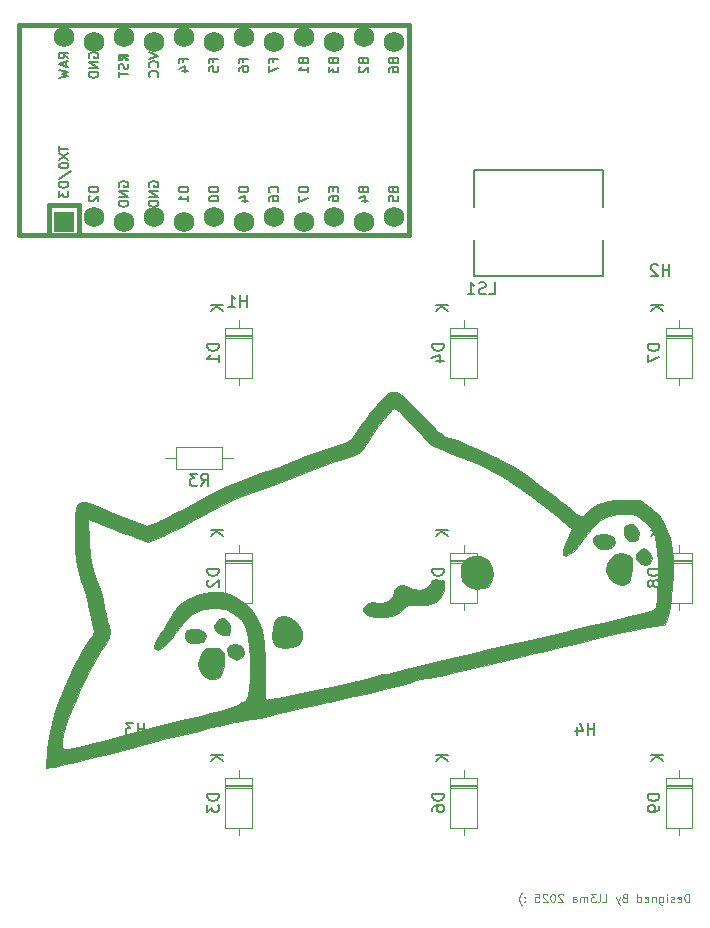
<source format=gbr>
%TF.GenerationSoftware,KiCad,Pcbnew,9.0.3*%
%TF.CreationDate,2025-07-17T06:47:07+08:00*%
%TF.ProjectId,bongopad,626f6e67-6f70-4616-942e-6b696361645f,v1.1*%
%TF.SameCoordinates,Original*%
%TF.FileFunction,Legend,Bot*%
%TF.FilePolarity,Positive*%
%FSLAX46Y46*%
G04 Gerber Fmt 4.6, Leading zero omitted, Abs format (unit mm)*
G04 Created by KiCad (PCBNEW 9.0.3) date 2025-07-17 06:47:07*
%MOMM*%
%LPD*%
G01*
G04 APERTURE LIST*
%ADD10C,0.125000*%
%ADD11C,0.150000*%
%ADD12C,0.381000*%
%ADD13C,0.120000*%
%ADD14C,0.010000*%
%ADD15C,0.127000*%
%ADD16R,1.752600X1.752600*%
%ADD17C,1.752600*%
G04 APERTURE END LIST*
D10*
X179427082Y-142398583D02*
X179427082Y-141698583D01*
X179427082Y-141698583D02*
X179260415Y-141698583D01*
X179260415Y-141698583D02*
X179160415Y-141731916D01*
X179160415Y-141731916D02*
X179093749Y-141798583D01*
X179093749Y-141798583D02*
X179060415Y-141865250D01*
X179060415Y-141865250D02*
X179027082Y-141998583D01*
X179027082Y-141998583D02*
X179027082Y-142098583D01*
X179027082Y-142098583D02*
X179060415Y-142231916D01*
X179060415Y-142231916D02*
X179093749Y-142298583D01*
X179093749Y-142298583D02*
X179160415Y-142365250D01*
X179160415Y-142365250D02*
X179260415Y-142398583D01*
X179260415Y-142398583D02*
X179427082Y-142398583D01*
X178460415Y-142365250D02*
X178527082Y-142398583D01*
X178527082Y-142398583D02*
X178660415Y-142398583D01*
X178660415Y-142398583D02*
X178727082Y-142365250D01*
X178727082Y-142365250D02*
X178760415Y-142298583D01*
X178760415Y-142298583D02*
X178760415Y-142031916D01*
X178760415Y-142031916D02*
X178727082Y-141965250D01*
X178727082Y-141965250D02*
X178660415Y-141931916D01*
X178660415Y-141931916D02*
X178527082Y-141931916D01*
X178527082Y-141931916D02*
X178460415Y-141965250D01*
X178460415Y-141965250D02*
X178427082Y-142031916D01*
X178427082Y-142031916D02*
X178427082Y-142098583D01*
X178427082Y-142098583D02*
X178760415Y-142165250D01*
X178160415Y-142365250D02*
X178093749Y-142398583D01*
X178093749Y-142398583D02*
X177960415Y-142398583D01*
X177960415Y-142398583D02*
X177893749Y-142365250D01*
X177893749Y-142365250D02*
X177860415Y-142298583D01*
X177860415Y-142298583D02*
X177860415Y-142265250D01*
X177860415Y-142265250D02*
X177893749Y-142198583D01*
X177893749Y-142198583D02*
X177960415Y-142165250D01*
X177960415Y-142165250D02*
X178060415Y-142165250D01*
X178060415Y-142165250D02*
X178127082Y-142131916D01*
X178127082Y-142131916D02*
X178160415Y-142065250D01*
X178160415Y-142065250D02*
X178160415Y-142031916D01*
X178160415Y-142031916D02*
X178127082Y-141965250D01*
X178127082Y-141965250D02*
X178060415Y-141931916D01*
X178060415Y-141931916D02*
X177960415Y-141931916D01*
X177960415Y-141931916D02*
X177893749Y-141965250D01*
X177560415Y-142398583D02*
X177560415Y-141931916D01*
X177560415Y-141698583D02*
X177593748Y-141731916D01*
X177593748Y-141731916D02*
X177560415Y-141765250D01*
X177560415Y-141765250D02*
X177527082Y-141731916D01*
X177527082Y-141731916D02*
X177560415Y-141698583D01*
X177560415Y-141698583D02*
X177560415Y-141765250D01*
X176927082Y-141931916D02*
X176927082Y-142498583D01*
X176927082Y-142498583D02*
X176960415Y-142565250D01*
X176960415Y-142565250D02*
X176993749Y-142598583D01*
X176993749Y-142598583D02*
X177060415Y-142631916D01*
X177060415Y-142631916D02*
X177160415Y-142631916D01*
X177160415Y-142631916D02*
X177227082Y-142598583D01*
X176927082Y-142365250D02*
X176993749Y-142398583D01*
X176993749Y-142398583D02*
X177127082Y-142398583D01*
X177127082Y-142398583D02*
X177193749Y-142365250D01*
X177193749Y-142365250D02*
X177227082Y-142331916D01*
X177227082Y-142331916D02*
X177260415Y-142265250D01*
X177260415Y-142265250D02*
X177260415Y-142065250D01*
X177260415Y-142065250D02*
X177227082Y-141998583D01*
X177227082Y-141998583D02*
X177193749Y-141965250D01*
X177193749Y-141965250D02*
X177127082Y-141931916D01*
X177127082Y-141931916D02*
X176993749Y-141931916D01*
X176993749Y-141931916D02*
X176927082Y-141965250D01*
X176593749Y-141931916D02*
X176593749Y-142398583D01*
X176593749Y-141998583D02*
X176560416Y-141965250D01*
X176560416Y-141965250D02*
X176493749Y-141931916D01*
X176493749Y-141931916D02*
X176393749Y-141931916D01*
X176393749Y-141931916D02*
X176327082Y-141965250D01*
X176327082Y-141965250D02*
X176293749Y-142031916D01*
X176293749Y-142031916D02*
X176293749Y-142398583D01*
X175693749Y-142365250D02*
X175760416Y-142398583D01*
X175760416Y-142398583D02*
X175893749Y-142398583D01*
X175893749Y-142398583D02*
X175960416Y-142365250D01*
X175960416Y-142365250D02*
X175993749Y-142298583D01*
X175993749Y-142298583D02*
X175993749Y-142031916D01*
X175993749Y-142031916D02*
X175960416Y-141965250D01*
X175960416Y-141965250D02*
X175893749Y-141931916D01*
X175893749Y-141931916D02*
X175760416Y-141931916D01*
X175760416Y-141931916D02*
X175693749Y-141965250D01*
X175693749Y-141965250D02*
X175660416Y-142031916D01*
X175660416Y-142031916D02*
X175660416Y-142098583D01*
X175660416Y-142098583D02*
X175993749Y-142165250D01*
X175060416Y-142398583D02*
X175060416Y-141698583D01*
X175060416Y-142365250D02*
X175127083Y-142398583D01*
X175127083Y-142398583D02*
X175260416Y-142398583D01*
X175260416Y-142398583D02*
X175327083Y-142365250D01*
X175327083Y-142365250D02*
X175360416Y-142331916D01*
X175360416Y-142331916D02*
X175393749Y-142265250D01*
X175393749Y-142265250D02*
X175393749Y-142065250D01*
X175393749Y-142065250D02*
X175360416Y-141998583D01*
X175360416Y-141998583D02*
X175327083Y-141965250D01*
X175327083Y-141965250D02*
X175260416Y-141931916D01*
X175260416Y-141931916D02*
X175127083Y-141931916D01*
X175127083Y-141931916D02*
X175060416Y-141965250D01*
X173960417Y-142031916D02*
X173860417Y-142065250D01*
X173860417Y-142065250D02*
X173827083Y-142098583D01*
X173827083Y-142098583D02*
X173793750Y-142165250D01*
X173793750Y-142165250D02*
X173793750Y-142265250D01*
X173793750Y-142265250D02*
X173827083Y-142331916D01*
X173827083Y-142331916D02*
X173860417Y-142365250D01*
X173860417Y-142365250D02*
X173927083Y-142398583D01*
X173927083Y-142398583D02*
X174193750Y-142398583D01*
X174193750Y-142398583D02*
X174193750Y-141698583D01*
X174193750Y-141698583D02*
X173960417Y-141698583D01*
X173960417Y-141698583D02*
X173893750Y-141731916D01*
X173893750Y-141731916D02*
X173860417Y-141765250D01*
X173860417Y-141765250D02*
X173827083Y-141831916D01*
X173827083Y-141831916D02*
X173827083Y-141898583D01*
X173827083Y-141898583D02*
X173860417Y-141965250D01*
X173860417Y-141965250D02*
X173893750Y-141998583D01*
X173893750Y-141998583D02*
X173960417Y-142031916D01*
X173960417Y-142031916D02*
X174193750Y-142031916D01*
X173560417Y-141931916D02*
X173393750Y-142398583D01*
X173227083Y-141931916D02*
X173393750Y-142398583D01*
X173393750Y-142398583D02*
X173460417Y-142565250D01*
X173460417Y-142565250D02*
X173493750Y-142598583D01*
X173493750Y-142598583D02*
X173560417Y-142631916D01*
X172093751Y-142398583D02*
X172427084Y-142398583D01*
X172427084Y-142398583D02*
X172427084Y-141698583D01*
X171760417Y-142398583D02*
X171827084Y-142365250D01*
X171827084Y-142365250D02*
X171860417Y-142298583D01*
X171860417Y-142298583D02*
X171860417Y-141698583D01*
X171560417Y-141698583D02*
X171127083Y-141698583D01*
X171127083Y-141698583D02*
X171360417Y-141965250D01*
X171360417Y-141965250D02*
X171260417Y-141965250D01*
X171260417Y-141965250D02*
X171193750Y-141998583D01*
X171193750Y-141998583D02*
X171160417Y-142031916D01*
X171160417Y-142031916D02*
X171127083Y-142098583D01*
X171127083Y-142098583D02*
X171127083Y-142265250D01*
X171127083Y-142265250D02*
X171160417Y-142331916D01*
X171160417Y-142331916D02*
X171193750Y-142365250D01*
X171193750Y-142365250D02*
X171260417Y-142398583D01*
X171260417Y-142398583D02*
X171460417Y-142398583D01*
X171460417Y-142398583D02*
X171527083Y-142365250D01*
X171527083Y-142365250D02*
X171560417Y-142331916D01*
X170827083Y-142398583D02*
X170827083Y-141931916D01*
X170827083Y-141998583D02*
X170793750Y-141965250D01*
X170793750Y-141965250D02*
X170727083Y-141931916D01*
X170727083Y-141931916D02*
X170627083Y-141931916D01*
X170627083Y-141931916D02*
X170560416Y-141965250D01*
X170560416Y-141965250D02*
X170527083Y-142031916D01*
X170527083Y-142031916D02*
X170527083Y-142398583D01*
X170527083Y-142031916D02*
X170493750Y-141965250D01*
X170493750Y-141965250D02*
X170427083Y-141931916D01*
X170427083Y-141931916D02*
X170327083Y-141931916D01*
X170327083Y-141931916D02*
X170260416Y-141965250D01*
X170260416Y-141965250D02*
X170227083Y-142031916D01*
X170227083Y-142031916D02*
X170227083Y-142398583D01*
X169593750Y-142398583D02*
X169593750Y-142031916D01*
X169593750Y-142031916D02*
X169627083Y-141965250D01*
X169627083Y-141965250D02*
X169693750Y-141931916D01*
X169693750Y-141931916D02*
X169827083Y-141931916D01*
X169827083Y-141931916D02*
X169893750Y-141965250D01*
X169593750Y-142365250D02*
X169660417Y-142398583D01*
X169660417Y-142398583D02*
X169827083Y-142398583D01*
X169827083Y-142398583D02*
X169893750Y-142365250D01*
X169893750Y-142365250D02*
X169927083Y-142298583D01*
X169927083Y-142298583D02*
X169927083Y-142231916D01*
X169927083Y-142231916D02*
X169893750Y-142165250D01*
X169893750Y-142165250D02*
X169827083Y-142131916D01*
X169827083Y-142131916D02*
X169660417Y-142131916D01*
X169660417Y-142131916D02*
X169593750Y-142098583D01*
X168760417Y-141765250D02*
X168727084Y-141731916D01*
X168727084Y-141731916D02*
X168660417Y-141698583D01*
X168660417Y-141698583D02*
X168493751Y-141698583D01*
X168493751Y-141698583D02*
X168427084Y-141731916D01*
X168427084Y-141731916D02*
X168393751Y-141765250D01*
X168393751Y-141765250D02*
X168360417Y-141831916D01*
X168360417Y-141831916D02*
X168360417Y-141898583D01*
X168360417Y-141898583D02*
X168393751Y-141998583D01*
X168393751Y-141998583D02*
X168793751Y-142398583D01*
X168793751Y-142398583D02*
X168360417Y-142398583D01*
X167927084Y-141698583D02*
X167860417Y-141698583D01*
X167860417Y-141698583D02*
X167793750Y-141731916D01*
X167793750Y-141731916D02*
X167760417Y-141765250D01*
X167760417Y-141765250D02*
X167727084Y-141831916D01*
X167727084Y-141831916D02*
X167693750Y-141965250D01*
X167693750Y-141965250D02*
X167693750Y-142131916D01*
X167693750Y-142131916D02*
X167727084Y-142265250D01*
X167727084Y-142265250D02*
X167760417Y-142331916D01*
X167760417Y-142331916D02*
X167793750Y-142365250D01*
X167793750Y-142365250D02*
X167860417Y-142398583D01*
X167860417Y-142398583D02*
X167927084Y-142398583D01*
X167927084Y-142398583D02*
X167993750Y-142365250D01*
X167993750Y-142365250D02*
X168027084Y-142331916D01*
X168027084Y-142331916D02*
X168060417Y-142265250D01*
X168060417Y-142265250D02*
X168093750Y-142131916D01*
X168093750Y-142131916D02*
X168093750Y-141965250D01*
X168093750Y-141965250D02*
X168060417Y-141831916D01*
X168060417Y-141831916D02*
X168027084Y-141765250D01*
X168027084Y-141765250D02*
X167993750Y-141731916D01*
X167993750Y-141731916D02*
X167927084Y-141698583D01*
X167427083Y-141765250D02*
X167393750Y-141731916D01*
X167393750Y-141731916D02*
X167327083Y-141698583D01*
X167327083Y-141698583D02*
X167160417Y-141698583D01*
X167160417Y-141698583D02*
X167093750Y-141731916D01*
X167093750Y-141731916D02*
X167060417Y-141765250D01*
X167060417Y-141765250D02*
X167027083Y-141831916D01*
X167027083Y-141831916D02*
X167027083Y-141898583D01*
X167027083Y-141898583D02*
X167060417Y-141998583D01*
X167060417Y-141998583D02*
X167460417Y-142398583D01*
X167460417Y-142398583D02*
X167027083Y-142398583D01*
X166393750Y-141698583D02*
X166727083Y-141698583D01*
X166727083Y-141698583D02*
X166760416Y-142031916D01*
X166760416Y-142031916D02*
X166727083Y-141998583D01*
X166727083Y-141998583D02*
X166660416Y-141965250D01*
X166660416Y-141965250D02*
X166493750Y-141965250D01*
X166493750Y-141965250D02*
X166427083Y-141998583D01*
X166427083Y-141998583D02*
X166393750Y-142031916D01*
X166393750Y-142031916D02*
X166360416Y-142098583D01*
X166360416Y-142098583D02*
X166360416Y-142265250D01*
X166360416Y-142265250D02*
X166393750Y-142331916D01*
X166393750Y-142331916D02*
X166427083Y-142365250D01*
X166427083Y-142365250D02*
X166493750Y-142398583D01*
X166493750Y-142398583D02*
X166660416Y-142398583D01*
X166660416Y-142398583D02*
X166727083Y-142365250D01*
X166727083Y-142365250D02*
X166760416Y-142331916D01*
X165527083Y-142331916D02*
X165493750Y-142365250D01*
X165493750Y-142365250D02*
X165527083Y-142398583D01*
X165527083Y-142398583D02*
X165560416Y-142365250D01*
X165560416Y-142365250D02*
X165527083Y-142331916D01*
X165527083Y-142331916D02*
X165527083Y-142398583D01*
X165527083Y-141965250D02*
X165493750Y-141998583D01*
X165493750Y-141998583D02*
X165527083Y-142031916D01*
X165527083Y-142031916D02*
X165560416Y-141998583D01*
X165560416Y-141998583D02*
X165527083Y-141965250D01*
X165527083Y-141965250D02*
X165527083Y-142031916D01*
X165260417Y-142665250D02*
X165227083Y-142631916D01*
X165227083Y-142631916D02*
X165160417Y-142531916D01*
X165160417Y-142531916D02*
X165127083Y-142465250D01*
X165127083Y-142465250D02*
X165093750Y-142365250D01*
X165093750Y-142365250D02*
X165060417Y-142198583D01*
X165060417Y-142198583D02*
X165060417Y-142065250D01*
X165060417Y-142065250D02*
X165093750Y-141898583D01*
X165093750Y-141898583D02*
X165127083Y-141798583D01*
X165127083Y-141798583D02*
X165160417Y-141731916D01*
X165160417Y-141731916D02*
X165227083Y-141631916D01*
X165227083Y-141631916D02*
X165260417Y-141598583D01*
D11*
X131204140Y-81845226D02*
X131166045Y-81769036D01*
X131166045Y-81769036D02*
X131166045Y-81654750D01*
X131166045Y-81654750D02*
X131204140Y-81540464D01*
X131204140Y-81540464D02*
X131280330Y-81464274D01*
X131280330Y-81464274D02*
X131356521Y-81426179D01*
X131356521Y-81426179D02*
X131508902Y-81388083D01*
X131508902Y-81388083D02*
X131623188Y-81388083D01*
X131623188Y-81388083D02*
X131775569Y-81426179D01*
X131775569Y-81426179D02*
X131851759Y-81464274D01*
X131851759Y-81464274D02*
X131927950Y-81540464D01*
X131927950Y-81540464D02*
X131966045Y-81654750D01*
X131966045Y-81654750D02*
X131966045Y-81730941D01*
X131966045Y-81730941D02*
X131927950Y-81845226D01*
X131927950Y-81845226D02*
X131889854Y-81883322D01*
X131889854Y-81883322D02*
X131623188Y-81883322D01*
X131623188Y-81883322D02*
X131623188Y-81730941D01*
X131966045Y-82226179D02*
X131166045Y-82226179D01*
X131166045Y-82226179D02*
X131966045Y-82683322D01*
X131966045Y-82683322D02*
X131166045Y-82683322D01*
X131966045Y-83064274D02*
X131166045Y-83064274D01*
X131166045Y-83064274D02*
X131166045Y-83254750D01*
X131166045Y-83254750D02*
X131204140Y-83369036D01*
X131204140Y-83369036D02*
X131280330Y-83445226D01*
X131280330Y-83445226D02*
X131356521Y-83483321D01*
X131356521Y-83483321D02*
X131508902Y-83521417D01*
X131508902Y-83521417D02*
X131623188Y-83521417D01*
X131623188Y-83521417D02*
X131775569Y-83483321D01*
X131775569Y-83483321D02*
X131851759Y-83445226D01*
X131851759Y-83445226D02*
X131927950Y-83369036D01*
X131927950Y-83369036D02*
X131966045Y-83254750D01*
X131966045Y-83254750D02*
X131966045Y-83064274D01*
X149326997Y-81902369D02*
X149326997Y-82169035D01*
X149746045Y-82283321D02*
X149746045Y-81902369D01*
X149746045Y-81902369D02*
X148946045Y-81902369D01*
X148946045Y-81902369D02*
X148946045Y-82283321D01*
X148946045Y-82969036D02*
X148946045Y-82816655D01*
X148946045Y-82816655D02*
X148984140Y-82740464D01*
X148984140Y-82740464D02*
X149022235Y-82702369D01*
X149022235Y-82702369D02*
X149136521Y-82626179D01*
X149136521Y-82626179D02*
X149288902Y-82588083D01*
X149288902Y-82588083D02*
X149593664Y-82588083D01*
X149593664Y-82588083D02*
X149669854Y-82626179D01*
X149669854Y-82626179D02*
X149707950Y-82664274D01*
X149707950Y-82664274D02*
X149746045Y-82740464D01*
X149746045Y-82740464D02*
X149746045Y-82892845D01*
X149746045Y-82892845D02*
X149707950Y-82969036D01*
X149707950Y-82969036D02*
X149669854Y-83007131D01*
X149669854Y-83007131D02*
X149593664Y-83045226D01*
X149593664Y-83045226D02*
X149403188Y-83045226D01*
X149403188Y-83045226D02*
X149326997Y-83007131D01*
X149326997Y-83007131D02*
X149288902Y-82969036D01*
X149288902Y-82969036D02*
X149250807Y-82892845D01*
X149250807Y-82892845D02*
X149250807Y-82740464D01*
X149250807Y-82740464D02*
X149288902Y-82664274D01*
X149288902Y-82664274D02*
X149326997Y-82626179D01*
X149326997Y-82626179D02*
X149403188Y-82588083D01*
X144589854Y-82321417D02*
X144627950Y-82283321D01*
X144627950Y-82283321D02*
X144666045Y-82169036D01*
X144666045Y-82169036D02*
X144666045Y-82092845D01*
X144666045Y-82092845D02*
X144627950Y-81978559D01*
X144627950Y-81978559D02*
X144551759Y-81902369D01*
X144551759Y-81902369D02*
X144475569Y-81864274D01*
X144475569Y-81864274D02*
X144323188Y-81826178D01*
X144323188Y-81826178D02*
X144208902Y-81826178D01*
X144208902Y-81826178D02*
X144056521Y-81864274D01*
X144056521Y-81864274D02*
X143980330Y-81902369D01*
X143980330Y-81902369D02*
X143904140Y-81978559D01*
X143904140Y-81978559D02*
X143866045Y-82092845D01*
X143866045Y-82092845D02*
X143866045Y-82169036D01*
X143866045Y-82169036D02*
X143904140Y-82283321D01*
X143904140Y-82283321D02*
X143942235Y-82321417D01*
X143866045Y-83007131D02*
X143866045Y-82854750D01*
X143866045Y-82854750D02*
X143904140Y-82778559D01*
X143904140Y-82778559D02*
X143942235Y-82740464D01*
X143942235Y-82740464D02*
X144056521Y-82664274D01*
X144056521Y-82664274D02*
X144208902Y-82626178D01*
X144208902Y-82626178D02*
X144513664Y-82626178D01*
X144513664Y-82626178D02*
X144589854Y-82664274D01*
X144589854Y-82664274D02*
X144627950Y-82702369D01*
X144627950Y-82702369D02*
X144666045Y-82778559D01*
X144666045Y-82778559D02*
X144666045Y-82930940D01*
X144666045Y-82930940D02*
X144627950Y-83007131D01*
X144627950Y-83007131D02*
X144589854Y-83045226D01*
X144589854Y-83045226D02*
X144513664Y-83083321D01*
X144513664Y-83083321D02*
X144323188Y-83083321D01*
X144323188Y-83083321D02*
X144246997Y-83045226D01*
X144246997Y-83045226D02*
X144208902Y-83007131D01*
X144208902Y-83007131D02*
X144170807Y-82930940D01*
X144170807Y-82930940D02*
X144170807Y-82778559D01*
X144170807Y-82778559D02*
X144208902Y-82702369D01*
X144208902Y-82702369D02*
X144246997Y-82664274D01*
X144246997Y-82664274D02*
X144323188Y-82626178D01*
X128664140Y-70923226D02*
X128626045Y-70847036D01*
X128626045Y-70847036D02*
X128626045Y-70732750D01*
X128626045Y-70732750D02*
X128664140Y-70618464D01*
X128664140Y-70618464D02*
X128740330Y-70542274D01*
X128740330Y-70542274D02*
X128816521Y-70504179D01*
X128816521Y-70504179D02*
X128968902Y-70466083D01*
X128968902Y-70466083D02*
X129083188Y-70466083D01*
X129083188Y-70466083D02*
X129235569Y-70504179D01*
X129235569Y-70504179D02*
X129311759Y-70542274D01*
X129311759Y-70542274D02*
X129387950Y-70618464D01*
X129387950Y-70618464D02*
X129426045Y-70732750D01*
X129426045Y-70732750D02*
X129426045Y-70808941D01*
X129426045Y-70808941D02*
X129387950Y-70923226D01*
X129387950Y-70923226D02*
X129349854Y-70961322D01*
X129349854Y-70961322D02*
X129083188Y-70961322D01*
X129083188Y-70961322D02*
X129083188Y-70808941D01*
X129426045Y-71304179D02*
X128626045Y-71304179D01*
X128626045Y-71304179D02*
X129426045Y-71761322D01*
X129426045Y-71761322D02*
X128626045Y-71761322D01*
X129426045Y-72142274D02*
X128626045Y-72142274D01*
X128626045Y-72142274D02*
X128626045Y-72332750D01*
X128626045Y-72332750D02*
X128664140Y-72447036D01*
X128664140Y-72447036D02*
X128740330Y-72523226D01*
X128740330Y-72523226D02*
X128816521Y-72561321D01*
X128816521Y-72561321D02*
X128968902Y-72599417D01*
X128968902Y-72599417D02*
X129083188Y-72599417D01*
X129083188Y-72599417D02*
X129235569Y-72561321D01*
X129235569Y-72561321D02*
X129311759Y-72523226D01*
X129311759Y-72523226D02*
X129387950Y-72447036D01*
X129387950Y-72447036D02*
X129426045Y-72332750D01*
X129426045Y-72332750D02*
X129426045Y-72142274D01*
X139166997Y-71266083D02*
X139166997Y-70999417D01*
X139586045Y-70999417D02*
X138786045Y-70999417D01*
X138786045Y-70999417D02*
X138786045Y-71380369D01*
X138786045Y-72066083D02*
X138786045Y-71685131D01*
X138786045Y-71685131D02*
X139166997Y-71647035D01*
X139166997Y-71647035D02*
X139128902Y-71685131D01*
X139128902Y-71685131D02*
X139090807Y-71761321D01*
X139090807Y-71761321D02*
X139090807Y-71951797D01*
X139090807Y-71951797D02*
X139128902Y-72027988D01*
X139128902Y-72027988D02*
X139166997Y-72066083D01*
X139166997Y-72066083D02*
X139243188Y-72104178D01*
X139243188Y-72104178D02*
X139433664Y-72104178D01*
X139433664Y-72104178D02*
X139509854Y-72066083D01*
X139509854Y-72066083D02*
X139547950Y-72027988D01*
X139547950Y-72027988D02*
X139586045Y-71951797D01*
X139586045Y-71951797D02*
X139586045Y-71761321D01*
X139586045Y-71761321D02*
X139547950Y-71685131D01*
X139547950Y-71685131D02*
X139509854Y-71647035D01*
X139586045Y-81864274D02*
X138786045Y-81864274D01*
X138786045Y-81864274D02*
X138786045Y-82054750D01*
X138786045Y-82054750D02*
X138824140Y-82169036D01*
X138824140Y-82169036D02*
X138900330Y-82245226D01*
X138900330Y-82245226D02*
X138976521Y-82283321D01*
X138976521Y-82283321D02*
X139128902Y-82321417D01*
X139128902Y-82321417D02*
X139243188Y-82321417D01*
X139243188Y-82321417D02*
X139395569Y-82283321D01*
X139395569Y-82283321D02*
X139471759Y-82245226D01*
X139471759Y-82245226D02*
X139547950Y-82169036D01*
X139547950Y-82169036D02*
X139586045Y-82054750D01*
X139586045Y-82054750D02*
X139586045Y-81864274D01*
X138786045Y-82816655D02*
X138786045Y-82892845D01*
X138786045Y-82892845D02*
X138824140Y-82969036D01*
X138824140Y-82969036D02*
X138862235Y-83007131D01*
X138862235Y-83007131D02*
X138938426Y-83045226D01*
X138938426Y-83045226D02*
X139090807Y-83083321D01*
X139090807Y-83083321D02*
X139281283Y-83083321D01*
X139281283Y-83083321D02*
X139433664Y-83045226D01*
X139433664Y-83045226D02*
X139509854Y-83007131D01*
X139509854Y-83007131D02*
X139547950Y-82969036D01*
X139547950Y-82969036D02*
X139586045Y-82892845D01*
X139586045Y-82892845D02*
X139586045Y-82816655D01*
X139586045Y-82816655D02*
X139547950Y-82740464D01*
X139547950Y-82740464D02*
X139509854Y-82702369D01*
X139509854Y-82702369D02*
X139433664Y-82664274D01*
X139433664Y-82664274D02*
X139281283Y-82626178D01*
X139281283Y-82626178D02*
X139090807Y-82626178D01*
X139090807Y-82626178D02*
X138938426Y-82664274D01*
X138938426Y-82664274D02*
X138862235Y-82702369D01*
X138862235Y-82702369D02*
X138824140Y-82740464D01*
X138824140Y-82740464D02*
X138786045Y-82816655D01*
X151866997Y-71208940D02*
X151905092Y-71323226D01*
X151905092Y-71323226D02*
X151943188Y-71361321D01*
X151943188Y-71361321D02*
X152019378Y-71399417D01*
X152019378Y-71399417D02*
X152133664Y-71399417D01*
X152133664Y-71399417D02*
X152209854Y-71361321D01*
X152209854Y-71361321D02*
X152247950Y-71323226D01*
X152247950Y-71323226D02*
X152286045Y-71247036D01*
X152286045Y-71247036D02*
X152286045Y-70942274D01*
X152286045Y-70942274D02*
X151486045Y-70942274D01*
X151486045Y-70942274D02*
X151486045Y-71208940D01*
X151486045Y-71208940D02*
X151524140Y-71285131D01*
X151524140Y-71285131D02*
X151562235Y-71323226D01*
X151562235Y-71323226D02*
X151638426Y-71361321D01*
X151638426Y-71361321D02*
X151714616Y-71361321D01*
X151714616Y-71361321D02*
X151790807Y-71323226D01*
X151790807Y-71323226D02*
X151828902Y-71285131D01*
X151828902Y-71285131D02*
X151866997Y-71208940D01*
X151866997Y-71208940D02*
X151866997Y-70942274D01*
X151562235Y-71704178D02*
X151524140Y-71742274D01*
X151524140Y-71742274D02*
X151486045Y-71818464D01*
X151486045Y-71818464D02*
X151486045Y-72008940D01*
X151486045Y-72008940D02*
X151524140Y-72085131D01*
X151524140Y-72085131D02*
X151562235Y-72123226D01*
X151562235Y-72123226D02*
X151638426Y-72161321D01*
X151638426Y-72161321D02*
X151714616Y-72161321D01*
X151714616Y-72161321D02*
X151828902Y-72123226D01*
X151828902Y-72123226D02*
X152286045Y-71666083D01*
X152286045Y-71666083D02*
X152286045Y-72161321D01*
X133744140Y-81845226D02*
X133706045Y-81769036D01*
X133706045Y-81769036D02*
X133706045Y-81654750D01*
X133706045Y-81654750D02*
X133744140Y-81540464D01*
X133744140Y-81540464D02*
X133820330Y-81464274D01*
X133820330Y-81464274D02*
X133896521Y-81426179D01*
X133896521Y-81426179D02*
X134048902Y-81388083D01*
X134048902Y-81388083D02*
X134163188Y-81388083D01*
X134163188Y-81388083D02*
X134315569Y-81426179D01*
X134315569Y-81426179D02*
X134391759Y-81464274D01*
X134391759Y-81464274D02*
X134467950Y-81540464D01*
X134467950Y-81540464D02*
X134506045Y-81654750D01*
X134506045Y-81654750D02*
X134506045Y-81730941D01*
X134506045Y-81730941D02*
X134467950Y-81845226D01*
X134467950Y-81845226D02*
X134429854Y-81883322D01*
X134429854Y-81883322D02*
X134163188Y-81883322D01*
X134163188Y-81883322D02*
X134163188Y-81730941D01*
X134506045Y-82226179D02*
X133706045Y-82226179D01*
X133706045Y-82226179D02*
X134506045Y-82683322D01*
X134506045Y-82683322D02*
X133706045Y-82683322D01*
X134506045Y-83064274D02*
X133706045Y-83064274D01*
X133706045Y-83064274D02*
X133706045Y-83254750D01*
X133706045Y-83254750D02*
X133744140Y-83369036D01*
X133744140Y-83369036D02*
X133820330Y-83445226D01*
X133820330Y-83445226D02*
X133896521Y-83483321D01*
X133896521Y-83483321D02*
X134048902Y-83521417D01*
X134048902Y-83521417D02*
X134163188Y-83521417D01*
X134163188Y-83521417D02*
X134315569Y-83483321D01*
X134315569Y-83483321D02*
X134391759Y-83445226D01*
X134391759Y-83445226D02*
X134467950Y-83369036D01*
X134467950Y-83369036D02*
X134506045Y-83254750D01*
X134506045Y-83254750D02*
X134506045Y-83064274D01*
X151866997Y-82130940D02*
X151905092Y-82245226D01*
X151905092Y-82245226D02*
X151943188Y-82283321D01*
X151943188Y-82283321D02*
X152019378Y-82321417D01*
X152019378Y-82321417D02*
X152133664Y-82321417D01*
X152133664Y-82321417D02*
X152209854Y-82283321D01*
X152209854Y-82283321D02*
X152247950Y-82245226D01*
X152247950Y-82245226D02*
X152286045Y-82169036D01*
X152286045Y-82169036D02*
X152286045Y-81864274D01*
X152286045Y-81864274D02*
X151486045Y-81864274D01*
X151486045Y-81864274D02*
X151486045Y-82130940D01*
X151486045Y-82130940D02*
X151524140Y-82207131D01*
X151524140Y-82207131D02*
X151562235Y-82245226D01*
X151562235Y-82245226D02*
X151638426Y-82283321D01*
X151638426Y-82283321D02*
X151714616Y-82283321D01*
X151714616Y-82283321D02*
X151790807Y-82245226D01*
X151790807Y-82245226D02*
X151828902Y-82207131D01*
X151828902Y-82207131D02*
X151866997Y-82130940D01*
X151866997Y-82130940D02*
X151866997Y-81864274D01*
X151752711Y-83007131D02*
X152286045Y-83007131D01*
X151447950Y-82816655D02*
X152019378Y-82626178D01*
X152019378Y-82626178D02*
X152019378Y-83121417D01*
X144246997Y-71266083D02*
X144246997Y-70999417D01*
X144666045Y-70999417D02*
X143866045Y-70999417D01*
X143866045Y-70999417D02*
X143866045Y-71380369D01*
X143866045Y-71608940D02*
X143866045Y-72142274D01*
X143866045Y-72142274D02*
X144666045Y-71799416D01*
X147206045Y-81864274D02*
X146406045Y-81864274D01*
X146406045Y-81864274D02*
X146406045Y-82054750D01*
X146406045Y-82054750D02*
X146444140Y-82169036D01*
X146444140Y-82169036D02*
X146520330Y-82245226D01*
X146520330Y-82245226D02*
X146596521Y-82283321D01*
X146596521Y-82283321D02*
X146748902Y-82321417D01*
X146748902Y-82321417D02*
X146863188Y-82321417D01*
X146863188Y-82321417D02*
X147015569Y-82283321D01*
X147015569Y-82283321D02*
X147091759Y-82245226D01*
X147091759Y-82245226D02*
X147167950Y-82169036D01*
X147167950Y-82169036D02*
X147206045Y-82054750D01*
X147206045Y-82054750D02*
X147206045Y-81864274D01*
X146406045Y-82588083D02*
X146406045Y-83121417D01*
X146406045Y-83121417D02*
X147206045Y-82778559D01*
X146786997Y-71208940D02*
X146825092Y-71323226D01*
X146825092Y-71323226D02*
X146863188Y-71361321D01*
X146863188Y-71361321D02*
X146939378Y-71399417D01*
X146939378Y-71399417D02*
X147053664Y-71399417D01*
X147053664Y-71399417D02*
X147129854Y-71361321D01*
X147129854Y-71361321D02*
X147167950Y-71323226D01*
X147167950Y-71323226D02*
X147206045Y-71247036D01*
X147206045Y-71247036D02*
X147206045Y-70942274D01*
X147206045Y-70942274D02*
X146406045Y-70942274D01*
X146406045Y-70942274D02*
X146406045Y-71208940D01*
X146406045Y-71208940D02*
X146444140Y-71285131D01*
X146444140Y-71285131D02*
X146482235Y-71323226D01*
X146482235Y-71323226D02*
X146558426Y-71361321D01*
X146558426Y-71361321D02*
X146634616Y-71361321D01*
X146634616Y-71361321D02*
X146710807Y-71323226D01*
X146710807Y-71323226D02*
X146748902Y-71285131D01*
X146748902Y-71285131D02*
X146786997Y-71208940D01*
X146786997Y-71208940D02*
X146786997Y-70942274D01*
X147206045Y-72161321D02*
X147206045Y-71704178D01*
X147206045Y-71932750D02*
X146406045Y-71932750D01*
X146406045Y-71932750D02*
X146520330Y-71856559D01*
X146520330Y-71856559D02*
X146596521Y-71780369D01*
X146596521Y-71780369D02*
X146634616Y-71704178D01*
X136626997Y-71266083D02*
X136626997Y-70999417D01*
X137046045Y-70999417D02*
X136246045Y-70999417D01*
X136246045Y-70999417D02*
X136246045Y-71380369D01*
X136512711Y-72027988D02*
X137046045Y-72027988D01*
X136207950Y-71837512D02*
X136779378Y-71647035D01*
X136779378Y-71647035D02*
X136779378Y-72142274D01*
X137046045Y-81864274D02*
X136246045Y-81864274D01*
X136246045Y-81864274D02*
X136246045Y-82054750D01*
X136246045Y-82054750D02*
X136284140Y-82169036D01*
X136284140Y-82169036D02*
X136360330Y-82245226D01*
X136360330Y-82245226D02*
X136436521Y-82283321D01*
X136436521Y-82283321D02*
X136588902Y-82321417D01*
X136588902Y-82321417D02*
X136703188Y-82321417D01*
X136703188Y-82321417D02*
X136855569Y-82283321D01*
X136855569Y-82283321D02*
X136931759Y-82245226D01*
X136931759Y-82245226D02*
X137007950Y-82169036D01*
X137007950Y-82169036D02*
X137046045Y-82054750D01*
X137046045Y-82054750D02*
X137046045Y-81864274D01*
X137046045Y-83083321D02*
X137046045Y-82626178D01*
X137046045Y-82854750D02*
X136246045Y-82854750D01*
X136246045Y-82854750D02*
X136360330Y-82778559D01*
X136360330Y-82778559D02*
X136436521Y-82702369D01*
X136436521Y-82702369D02*
X136474616Y-82626178D01*
X133706045Y-70466083D02*
X134506045Y-70732750D01*
X134506045Y-70732750D02*
X133706045Y-70999416D01*
X134429854Y-71723226D02*
X134467950Y-71685130D01*
X134467950Y-71685130D02*
X134506045Y-71570845D01*
X134506045Y-71570845D02*
X134506045Y-71494654D01*
X134506045Y-71494654D02*
X134467950Y-71380368D01*
X134467950Y-71380368D02*
X134391759Y-71304178D01*
X134391759Y-71304178D02*
X134315569Y-71266083D01*
X134315569Y-71266083D02*
X134163188Y-71227987D01*
X134163188Y-71227987D02*
X134048902Y-71227987D01*
X134048902Y-71227987D02*
X133896521Y-71266083D01*
X133896521Y-71266083D02*
X133820330Y-71304178D01*
X133820330Y-71304178D02*
X133744140Y-71380368D01*
X133744140Y-71380368D02*
X133706045Y-71494654D01*
X133706045Y-71494654D02*
X133706045Y-71570845D01*
X133706045Y-71570845D02*
X133744140Y-71685130D01*
X133744140Y-71685130D02*
X133782235Y-71723226D01*
X134429854Y-72523226D02*
X134467950Y-72485130D01*
X134467950Y-72485130D02*
X134506045Y-72370845D01*
X134506045Y-72370845D02*
X134506045Y-72294654D01*
X134506045Y-72294654D02*
X134467950Y-72180368D01*
X134467950Y-72180368D02*
X134391759Y-72104178D01*
X134391759Y-72104178D02*
X134315569Y-72066083D01*
X134315569Y-72066083D02*
X134163188Y-72027987D01*
X134163188Y-72027987D02*
X134048902Y-72027987D01*
X134048902Y-72027987D02*
X133896521Y-72066083D01*
X133896521Y-72066083D02*
X133820330Y-72104178D01*
X133820330Y-72104178D02*
X133744140Y-72180368D01*
X133744140Y-72180368D02*
X133706045Y-72294654D01*
X133706045Y-72294654D02*
X133706045Y-72370845D01*
X133706045Y-72370845D02*
X133744140Y-72485130D01*
X133744140Y-72485130D02*
X133782235Y-72523226D01*
X129426045Y-81864274D02*
X128626045Y-81864274D01*
X128626045Y-81864274D02*
X128626045Y-82054750D01*
X128626045Y-82054750D02*
X128664140Y-82169036D01*
X128664140Y-82169036D02*
X128740330Y-82245226D01*
X128740330Y-82245226D02*
X128816521Y-82283321D01*
X128816521Y-82283321D02*
X128968902Y-82321417D01*
X128968902Y-82321417D02*
X129083188Y-82321417D01*
X129083188Y-82321417D02*
X129235569Y-82283321D01*
X129235569Y-82283321D02*
X129311759Y-82245226D01*
X129311759Y-82245226D02*
X129387950Y-82169036D01*
X129387950Y-82169036D02*
X129426045Y-82054750D01*
X129426045Y-82054750D02*
X129426045Y-81864274D01*
X128702235Y-82626178D02*
X128664140Y-82664274D01*
X128664140Y-82664274D02*
X128626045Y-82740464D01*
X128626045Y-82740464D02*
X128626045Y-82930940D01*
X128626045Y-82930940D02*
X128664140Y-83007131D01*
X128664140Y-83007131D02*
X128702235Y-83045226D01*
X128702235Y-83045226D02*
X128778426Y-83083321D01*
X128778426Y-83083321D02*
X128854616Y-83083321D01*
X128854616Y-83083321D02*
X128968902Y-83045226D01*
X128968902Y-83045226D02*
X129426045Y-82588083D01*
X129426045Y-82588083D02*
X129426045Y-83083321D01*
X142126045Y-81864274D02*
X141326045Y-81864274D01*
X141326045Y-81864274D02*
X141326045Y-82054750D01*
X141326045Y-82054750D02*
X141364140Y-82169036D01*
X141364140Y-82169036D02*
X141440330Y-82245226D01*
X141440330Y-82245226D02*
X141516521Y-82283321D01*
X141516521Y-82283321D02*
X141668902Y-82321417D01*
X141668902Y-82321417D02*
X141783188Y-82321417D01*
X141783188Y-82321417D02*
X141935569Y-82283321D01*
X141935569Y-82283321D02*
X142011759Y-82245226D01*
X142011759Y-82245226D02*
X142087950Y-82169036D01*
X142087950Y-82169036D02*
X142126045Y-82054750D01*
X142126045Y-82054750D02*
X142126045Y-81864274D01*
X141592711Y-83007131D02*
X142126045Y-83007131D01*
X141287950Y-82816655D02*
X141859378Y-82626178D01*
X141859378Y-82626178D02*
X141859378Y-83121417D01*
X126086045Y-78375145D02*
X126086045Y-78832288D01*
X126886045Y-78603716D02*
X126086045Y-78603716D01*
X126086045Y-79022764D02*
X126886045Y-79556098D01*
X126086045Y-79556098D02*
X126886045Y-79022764D01*
X126086045Y-80013241D02*
X126086045Y-80089431D01*
X126086045Y-80089431D02*
X126124140Y-80165622D01*
X126124140Y-80165622D02*
X126162235Y-80203717D01*
X126162235Y-80203717D02*
X126238426Y-80241812D01*
X126238426Y-80241812D02*
X126390807Y-80279907D01*
X126390807Y-80279907D02*
X126581283Y-80279907D01*
X126581283Y-80279907D02*
X126733664Y-80241812D01*
X126733664Y-80241812D02*
X126809854Y-80203717D01*
X126809854Y-80203717D02*
X126847950Y-80165622D01*
X126847950Y-80165622D02*
X126886045Y-80089431D01*
X126886045Y-80089431D02*
X126886045Y-80013241D01*
X126886045Y-80013241D02*
X126847950Y-79937050D01*
X126847950Y-79937050D02*
X126809854Y-79898955D01*
X126809854Y-79898955D02*
X126733664Y-79860860D01*
X126733664Y-79860860D02*
X126581283Y-79822764D01*
X126581283Y-79822764D02*
X126390807Y-79822764D01*
X126390807Y-79822764D02*
X126238426Y-79860860D01*
X126238426Y-79860860D02*
X126162235Y-79898955D01*
X126162235Y-79898955D02*
X126124140Y-79937050D01*
X126124140Y-79937050D02*
X126086045Y-80013241D01*
X126047950Y-81194193D02*
X127076521Y-80508479D01*
X126886045Y-81460860D02*
X126086045Y-81460860D01*
X126086045Y-81460860D02*
X126086045Y-81651336D01*
X126086045Y-81651336D02*
X126124140Y-81765622D01*
X126124140Y-81765622D02*
X126200330Y-81841812D01*
X126200330Y-81841812D02*
X126276521Y-81879907D01*
X126276521Y-81879907D02*
X126428902Y-81918003D01*
X126428902Y-81918003D02*
X126543188Y-81918003D01*
X126543188Y-81918003D02*
X126695569Y-81879907D01*
X126695569Y-81879907D02*
X126771759Y-81841812D01*
X126771759Y-81841812D02*
X126847950Y-81765622D01*
X126847950Y-81765622D02*
X126886045Y-81651336D01*
X126886045Y-81651336D02*
X126886045Y-81460860D01*
X126086045Y-82184669D02*
X126086045Y-82679907D01*
X126086045Y-82679907D02*
X126390807Y-82413241D01*
X126390807Y-82413241D02*
X126390807Y-82527526D01*
X126390807Y-82527526D02*
X126428902Y-82603717D01*
X126428902Y-82603717D02*
X126466997Y-82641812D01*
X126466997Y-82641812D02*
X126543188Y-82679907D01*
X126543188Y-82679907D02*
X126733664Y-82679907D01*
X126733664Y-82679907D02*
X126809854Y-82641812D01*
X126809854Y-82641812D02*
X126847950Y-82603717D01*
X126847950Y-82603717D02*
X126886045Y-82527526D01*
X126886045Y-82527526D02*
X126886045Y-82298955D01*
X126886045Y-82298955D02*
X126847950Y-82222764D01*
X126847950Y-82222764D02*
X126809854Y-82184669D01*
X126886045Y-70980369D02*
X126505092Y-70713702D01*
X126886045Y-70523226D02*
X126086045Y-70523226D01*
X126086045Y-70523226D02*
X126086045Y-70827988D01*
X126086045Y-70827988D02*
X126124140Y-70904178D01*
X126124140Y-70904178D02*
X126162235Y-70942273D01*
X126162235Y-70942273D02*
X126238426Y-70980369D01*
X126238426Y-70980369D02*
X126352711Y-70980369D01*
X126352711Y-70980369D02*
X126428902Y-70942273D01*
X126428902Y-70942273D02*
X126466997Y-70904178D01*
X126466997Y-70904178D02*
X126505092Y-70827988D01*
X126505092Y-70827988D02*
X126505092Y-70523226D01*
X126657473Y-71285130D02*
X126657473Y-71666083D01*
X126886045Y-71208940D02*
X126086045Y-71475607D01*
X126086045Y-71475607D02*
X126886045Y-71742273D01*
X126086045Y-71932749D02*
X126886045Y-72123225D01*
X126886045Y-72123225D02*
X126314616Y-72275606D01*
X126314616Y-72275606D02*
X126886045Y-72427987D01*
X126886045Y-72427987D02*
X126086045Y-72618464D01*
X141706997Y-71266083D02*
X141706997Y-70999417D01*
X142126045Y-70999417D02*
X141326045Y-70999417D01*
X141326045Y-70999417D02*
X141326045Y-71380369D01*
X141326045Y-72027988D02*
X141326045Y-71875607D01*
X141326045Y-71875607D02*
X141364140Y-71799416D01*
X141364140Y-71799416D02*
X141402235Y-71761321D01*
X141402235Y-71761321D02*
X141516521Y-71685131D01*
X141516521Y-71685131D02*
X141668902Y-71647035D01*
X141668902Y-71647035D02*
X141973664Y-71647035D01*
X141973664Y-71647035D02*
X142049854Y-71685131D01*
X142049854Y-71685131D02*
X142087950Y-71723226D01*
X142087950Y-71723226D02*
X142126045Y-71799416D01*
X142126045Y-71799416D02*
X142126045Y-71951797D01*
X142126045Y-71951797D02*
X142087950Y-72027988D01*
X142087950Y-72027988D02*
X142049854Y-72066083D01*
X142049854Y-72066083D02*
X141973664Y-72104178D01*
X141973664Y-72104178D02*
X141783188Y-72104178D01*
X141783188Y-72104178D02*
X141706997Y-72066083D01*
X141706997Y-72066083D02*
X141668902Y-72027988D01*
X141668902Y-72027988D02*
X141630807Y-71951797D01*
X141630807Y-71951797D02*
X141630807Y-71799416D01*
X141630807Y-71799416D02*
X141668902Y-71723226D01*
X141668902Y-71723226D02*
X141706997Y-71685131D01*
X141706997Y-71685131D02*
X141783188Y-71647035D01*
X154406997Y-82130940D02*
X154445092Y-82245226D01*
X154445092Y-82245226D02*
X154483188Y-82283321D01*
X154483188Y-82283321D02*
X154559378Y-82321417D01*
X154559378Y-82321417D02*
X154673664Y-82321417D01*
X154673664Y-82321417D02*
X154749854Y-82283321D01*
X154749854Y-82283321D02*
X154787950Y-82245226D01*
X154787950Y-82245226D02*
X154826045Y-82169036D01*
X154826045Y-82169036D02*
X154826045Y-81864274D01*
X154826045Y-81864274D02*
X154026045Y-81864274D01*
X154026045Y-81864274D02*
X154026045Y-82130940D01*
X154026045Y-82130940D02*
X154064140Y-82207131D01*
X154064140Y-82207131D02*
X154102235Y-82245226D01*
X154102235Y-82245226D02*
X154178426Y-82283321D01*
X154178426Y-82283321D02*
X154254616Y-82283321D01*
X154254616Y-82283321D02*
X154330807Y-82245226D01*
X154330807Y-82245226D02*
X154368902Y-82207131D01*
X154368902Y-82207131D02*
X154406997Y-82130940D01*
X154406997Y-82130940D02*
X154406997Y-81864274D01*
X154026045Y-83045226D02*
X154026045Y-82664274D01*
X154026045Y-82664274D02*
X154406997Y-82626178D01*
X154406997Y-82626178D02*
X154368902Y-82664274D01*
X154368902Y-82664274D02*
X154330807Y-82740464D01*
X154330807Y-82740464D02*
X154330807Y-82930940D01*
X154330807Y-82930940D02*
X154368902Y-83007131D01*
X154368902Y-83007131D02*
X154406997Y-83045226D01*
X154406997Y-83045226D02*
X154483188Y-83083321D01*
X154483188Y-83083321D02*
X154673664Y-83083321D01*
X154673664Y-83083321D02*
X154749854Y-83045226D01*
X154749854Y-83045226D02*
X154787950Y-83007131D01*
X154787950Y-83007131D02*
X154826045Y-82930940D01*
X154826045Y-82930940D02*
X154826045Y-82740464D01*
X154826045Y-82740464D02*
X154787950Y-82664274D01*
X154787950Y-82664274D02*
X154749854Y-82626178D01*
X149326997Y-71208940D02*
X149365092Y-71323226D01*
X149365092Y-71323226D02*
X149403188Y-71361321D01*
X149403188Y-71361321D02*
X149479378Y-71399417D01*
X149479378Y-71399417D02*
X149593664Y-71399417D01*
X149593664Y-71399417D02*
X149669854Y-71361321D01*
X149669854Y-71361321D02*
X149707950Y-71323226D01*
X149707950Y-71323226D02*
X149746045Y-71247036D01*
X149746045Y-71247036D02*
X149746045Y-70942274D01*
X149746045Y-70942274D02*
X148946045Y-70942274D01*
X148946045Y-70942274D02*
X148946045Y-71208940D01*
X148946045Y-71208940D02*
X148984140Y-71285131D01*
X148984140Y-71285131D02*
X149022235Y-71323226D01*
X149022235Y-71323226D02*
X149098426Y-71361321D01*
X149098426Y-71361321D02*
X149174616Y-71361321D01*
X149174616Y-71361321D02*
X149250807Y-71323226D01*
X149250807Y-71323226D02*
X149288902Y-71285131D01*
X149288902Y-71285131D02*
X149326997Y-71208940D01*
X149326997Y-71208940D02*
X149326997Y-70942274D01*
X148946045Y-71666083D02*
X148946045Y-72161321D01*
X148946045Y-72161321D02*
X149250807Y-71894655D01*
X149250807Y-71894655D02*
X149250807Y-72008940D01*
X149250807Y-72008940D02*
X149288902Y-72085131D01*
X149288902Y-72085131D02*
X149326997Y-72123226D01*
X149326997Y-72123226D02*
X149403188Y-72161321D01*
X149403188Y-72161321D02*
X149593664Y-72161321D01*
X149593664Y-72161321D02*
X149669854Y-72123226D01*
X149669854Y-72123226D02*
X149707950Y-72085131D01*
X149707950Y-72085131D02*
X149746045Y-72008940D01*
X149746045Y-72008940D02*
X149746045Y-71780369D01*
X149746045Y-71780369D02*
X149707950Y-71704178D01*
X149707950Y-71704178D02*
X149669854Y-71666083D01*
X154406997Y-71208940D02*
X154445092Y-71323226D01*
X154445092Y-71323226D02*
X154483188Y-71361321D01*
X154483188Y-71361321D02*
X154559378Y-71399417D01*
X154559378Y-71399417D02*
X154673664Y-71399417D01*
X154673664Y-71399417D02*
X154749854Y-71361321D01*
X154749854Y-71361321D02*
X154787950Y-71323226D01*
X154787950Y-71323226D02*
X154826045Y-71247036D01*
X154826045Y-71247036D02*
X154826045Y-70942274D01*
X154826045Y-70942274D02*
X154026045Y-70942274D01*
X154026045Y-70942274D02*
X154026045Y-71208940D01*
X154026045Y-71208940D02*
X154064140Y-71285131D01*
X154064140Y-71285131D02*
X154102235Y-71323226D01*
X154102235Y-71323226D02*
X154178426Y-71361321D01*
X154178426Y-71361321D02*
X154254616Y-71361321D01*
X154254616Y-71361321D02*
X154330807Y-71323226D01*
X154330807Y-71323226D02*
X154368902Y-71285131D01*
X154368902Y-71285131D02*
X154406997Y-71208940D01*
X154406997Y-71208940D02*
X154406997Y-70942274D01*
X154026045Y-72085131D02*
X154026045Y-71932750D01*
X154026045Y-71932750D02*
X154064140Y-71856559D01*
X154064140Y-71856559D02*
X154102235Y-71818464D01*
X154102235Y-71818464D02*
X154216521Y-71742274D01*
X154216521Y-71742274D02*
X154368902Y-71704178D01*
X154368902Y-71704178D02*
X154673664Y-71704178D01*
X154673664Y-71704178D02*
X154749854Y-71742274D01*
X154749854Y-71742274D02*
X154787950Y-71780369D01*
X154787950Y-71780369D02*
X154826045Y-71856559D01*
X154826045Y-71856559D02*
X154826045Y-72008940D01*
X154826045Y-72008940D02*
X154787950Y-72085131D01*
X154787950Y-72085131D02*
X154749854Y-72123226D01*
X154749854Y-72123226D02*
X154673664Y-72161321D01*
X154673664Y-72161321D02*
X154483188Y-72161321D01*
X154483188Y-72161321D02*
X154406997Y-72123226D01*
X154406997Y-72123226D02*
X154368902Y-72085131D01*
X154368902Y-72085131D02*
X154330807Y-72008940D01*
X154330807Y-72008940D02*
X154330807Y-71856559D01*
X154330807Y-71856559D02*
X154368902Y-71780369D01*
X154368902Y-71780369D02*
X154406997Y-71742274D01*
X154406997Y-71742274D02*
X154483188Y-71704178D01*
X131907950Y-71420416D02*
X131946045Y-71534702D01*
X131946045Y-71534702D02*
X131946045Y-71725178D01*
X131946045Y-71725178D02*
X131907950Y-71801369D01*
X131907950Y-71801369D02*
X131869854Y-71839464D01*
X131869854Y-71839464D02*
X131793664Y-71877559D01*
X131793664Y-71877559D02*
X131717473Y-71877559D01*
X131717473Y-71877559D02*
X131641283Y-71839464D01*
X131641283Y-71839464D02*
X131603188Y-71801369D01*
X131603188Y-71801369D02*
X131565092Y-71725178D01*
X131565092Y-71725178D02*
X131526997Y-71572797D01*
X131526997Y-71572797D02*
X131488902Y-71496607D01*
X131488902Y-71496607D02*
X131450807Y-71458512D01*
X131450807Y-71458512D02*
X131374616Y-71420416D01*
X131374616Y-71420416D02*
X131298426Y-71420416D01*
X131298426Y-71420416D02*
X131222235Y-71458512D01*
X131222235Y-71458512D02*
X131184140Y-71496607D01*
X131184140Y-71496607D02*
X131146045Y-71572797D01*
X131146045Y-71572797D02*
X131146045Y-71763274D01*
X131146045Y-71763274D02*
X131184140Y-71877559D01*
X131146045Y-72106131D02*
X131146045Y-72563274D01*
X131946045Y-72334702D02*
X131146045Y-72334702D01*
X139622319Y-95146905D02*
X138622319Y-95146905D01*
X138622319Y-95146905D02*
X138622319Y-95385000D01*
X138622319Y-95385000D02*
X138669938Y-95527857D01*
X138669938Y-95527857D02*
X138765176Y-95623095D01*
X138765176Y-95623095D02*
X138860414Y-95670714D01*
X138860414Y-95670714D02*
X139050890Y-95718333D01*
X139050890Y-95718333D02*
X139193747Y-95718333D01*
X139193747Y-95718333D02*
X139384223Y-95670714D01*
X139384223Y-95670714D02*
X139479461Y-95623095D01*
X139479461Y-95623095D02*
X139574700Y-95527857D01*
X139574700Y-95527857D02*
X139622319Y-95385000D01*
X139622319Y-95385000D02*
X139622319Y-95146905D01*
X139622319Y-96670714D02*
X139622319Y-96099286D01*
X139622319Y-96385000D02*
X138622319Y-96385000D01*
X138622319Y-96385000D02*
X138765176Y-96289762D01*
X138765176Y-96289762D02*
X138860414Y-96194524D01*
X138860414Y-96194524D02*
X138908033Y-96099286D01*
X139942319Y-91813095D02*
X138942319Y-91813095D01*
X139942319Y-92384523D02*
X139370890Y-91955952D01*
X138942319Y-92384523D02*
X139513747Y-91813095D01*
X139622319Y-114196905D02*
X138622319Y-114196905D01*
X138622319Y-114196905D02*
X138622319Y-114435000D01*
X138622319Y-114435000D02*
X138669938Y-114577857D01*
X138669938Y-114577857D02*
X138765176Y-114673095D01*
X138765176Y-114673095D02*
X138860414Y-114720714D01*
X138860414Y-114720714D02*
X139050890Y-114768333D01*
X139050890Y-114768333D02*
X139193747Y-114768333D01*
X139193747Y-114768333D02*
X139384223Y-114720714D01*
X139384223Y-114720714D02*
X139479461Y-114673095D01*
X139479461Y-114673095D02*
X139574700Y-114577857D01*
X139574700Y-114577857D02*
X139622319Y-114435000D01*
X139622319Y-114435000D02*
X139622319Y-114196905D01*
X138717557Y-115149286D02*
X138669938Y-115196905D01*
X138669938Y-115196905D02*
X138622319Y-115292143D01*
X138622319Y-115292143D02*
X138622319Y-115530238D01*
X138622319Y-115530238D02*
X138669938Y-115625476D01*
X138669938Y-115625476D02*
X138717557Y-115673095D01*
X138717557Y-115673095D02*
X138812795Y-115720714D01*
X138812795Y-115720714D02*
X138908033Y-115720714D01*
X138908033Y-115720714D02*
X139050890Y-115673095D01*
X139050890Y-115673095D02*
X139622319Y-115101667D01*
X139622319Y-115101667D02*
X139622319Y-115720714D01*
X139942319Y-110863095D02*
X138942319Y-110863095D01*
X139942319Y-111434523D02*
X139370890Y-111005952D01*
X138942319Y-111434523D02*
X139513747Y-110863095D01*
X139622319Y-133246905D02*
X138622319Y-133246905D01*
X138622319Y-133246905D02*
X138622319Y-133485000D01*
X138622319Y-133485000D02*
X138669938Y-133627857D01*
X138669938Y-133627857D02*
X138765176Y-133723095D01*
X138765176Y-133723095D02*
X138860414Y-133770714D01*
X138860414Y-133770714D02*
X139050890Y-133818333D01*
X139050890Y-133818333D02*
X139193747Y-133818333D01*
X139193747Y-133818333D02*
X139384223Y-133770714D01*
X139384223Y-133770714D02*
X139479461Y-133723095D01*
X139479461Y-133723095D02*
X139574700Y-133627857D01*
X139574700Y-133627857D02*
X139622319Y-133485000D01*
X139622319Y-133485000D02*
X139622319Y-133246905D01*
X138622319Y-134151667D02*
X138622319Y-134770714D01*
X138622319Y-134770714D02*
X139003271Y-134437381D01*
X139003271Y-134437381D02*
X139003271Y-134580238D01*
X139003271Y-134580238D02*
X139050890Y-134675476D01*
X139050890Y-134675476D02*
X139098509Y-134723095D01*
X139098509Y-134723095D02*
X139193747Y-134770714D01*
X139193747Y-134770714D02*
X139431842Y-134770714D01*
X139431842Y-134770714D02*
X139527080Y-134723095D01*
X139527080Y-134723095D02*
X139574700Y-134675476D01*
X139574700Y-134675476D02*
X139622319Y-134580238D01*
X139622319Y-134580238D02*
X139622319Y-134294524D01*
X139622319Y-134294524D02*
X139574700Y-134199286D01*
X139574700Y-134199286D02*
X139527080Y-134151667D01*
X139942319Y-129913095D02*
X138942319Y-129913095D01*
X139942319Y-130484523D02*
X139370890Y-130055952D01*
X138942319Y-130484523D02*
X139513747Y-129913095D01*
X158672319Y-114196905D02*
X157672319Y-114196905D01*
X157672319Y-114196905D02*
X157672319Y-114435000D01*
X157672319Y-114435000D02*
X157719938Y-114577857D01*
X157719938Y-114577857D02*
X157815176Y-114673095D01*
X157815176Y-114673095D02*
X157910414Y-114720714D01*
X157910414Y-114720714D02*
X158100890Y-114768333D01*
X158100890Y-114768333D02*
X158243747Y-114768333D01*
X158243747Y-114768333D02*
X158434223Y-114720714D01*
X158434223Y-114720714D02*
X158529461Y-114673095D01*
X158529461Y-114673095D02*
X158624700Y-114577857D01*
X158624700Y-114577857D02*
X158672319Y-114435000D01*
X158672319Y-114435000D02*
X158672319Y-114196905D01*
X157672319Y-115673095D02*
X157672319Y-115196905D01*
X157672319Y-115196905D02*
X158148509Y-115149286D01*
X158148509Y-115149286D02*
X158100890Y-115196905D01*
X158100890Y-115196905D02*
X158053271Y-115292143D01*
X158053271Y-115292143D02*
X158053271Y-115530238D01*
X158053271Y-115530238D02*
X158100890Y-115625476D01*
X158100890Y-115625476D02*
X158148509Y-115673095D01*
X158148509Y-115673095D02*
X158243747Y-115720714D01*
X158243747Y-115720714D02*
X158481842Y-115720714D01*
X158481842Y-115720714D02*
X158577080Y-115673095D01*
X158577080Y-115673095D02*
X158624700Y-115625476D01*
X158624700Y-115625476D02*
X158672319Y-115530238D01*
X158672319Y-115530238D02*
X158672319Y-115292143D01*
X158672319Y-115292143D02*
X158624700Y-115196905D01*
X158624700Y-115196905D02*
X158577080Y-115149286D01*
X158992319Y-110863095D02*
X157992319Y-110863095D01*
X158992319Y-111434523D02*
X158420890Y-111005952D01*
X157992319Y-111434523D02*
X158563747Y-110863095D01*
X176928569Y-95146905D02*
X175928569Y-95146905D01*
X175928569Y-95146905D02*
X175928569Y-95385000D01*
X175928569Y-95385000D02*
X175976188Y-95527857D01*
X175976188Y-95527857D02*
X176071426Y-95623095D01*
X176071426Y-95623095D02*
X176166664Y-95670714D01*
X176166664Y-95670714D02*
X176357140Y-95718333D01*
X176357140Y-95718333D02*
X176499997Y-95718333D01*
X176499997Y-95718333D02*
X176690473Y-95670714D01*
X176690473Y-95670714D02*
X176785711Y-95623095D01*
X176785711Y-95623095D02*
X176880950Y-95527857D01*
X176880950Y-95527857D02*
X176928569Y-95385000D01*
X176928569Y-95385000D02*
X176928569Y-95146905D01*
X175928569Y-96051667D02*
X175928569Y-96718333D01*
X175928569Y-96718333D02*
X176928569Y-96289762D01*
X177248569Y-91813095D02*
X176248569Y-91813095D01*
X177248569Y-92384523D02*
X176677140Y-91955952D01*
X176248569Y-92384523D02*
X176819997Y-91813095D01*
X176928569Y-114196905D02*
X175928569Y-114196905D01*
X175928569Y-114196905D02*
X175928569Y-114435000D01*
X175928569Y-114435000D02*
X175976188Y-114577857D01*
X175976188Y-114577857D02*
X176071426Y-114673095D01*
X176071426Y-114673095D02*
X176166664Y-114720714D01*
X176166664Y-114720714D02*
X176357140Y-114768333D01*
X176357140Y-114768333D02*
X176499997Y-114768333D01*
X176499997Y-114768333D02*
X176690473Y-114720714D01*
X176690473Y-114720714D02*
X176785711Y-114673095D01*
X176785711Y-114673095D02*
X176880950Y-114577857D01*
X176880950Y-114577857D02*
X176928569Y-114435000D01*
X176928569Y-114435000D02*
X176928569Y-114196905D01*
X176357140Y-115339762D02*
X176309521Y-115244524D01*
X176309521Y-115244524D02*
X176261902Y-115196905D01*
X176261902Y-115196905D02*
X176166664Y-115149286D01*
X176166664Y-115149286D02*
X176119045Y-115149286D01*
X176119045Y-115149286D02*
X176023807Y-115196905D01*
X176023807Y-115196905D02*
X175976188Y-115244524D01*
X175976188Y-115244524D02*
X175928569Y-115339762D01*
X175928569Y-115339762D02*
X175928569Y-115530238D01*
X175928569Y-115530238D02*
X175976188Y-115625476D01*
X175976188Y-115625476D02*
X176023807Y-115673095D01*
X176023807Y-115673095D02*
X176119045Y-115720714D01*
X176119045Y-115720714D02*
X176166664Y-115720714D01*
X176166664Y-115720714D02*
X176261902Y-115673095D01*
X176261902Y-115673095D02*
X176309521Y-115625476D01*
X176309521Y-115625476D02*
X176357140Y-115530238D01*
X176357140Y-115530238D02*
X176357140Y-115339762D01*
X176357140Y-115339762D02*
X176404759Y-115244524D01*
X176404759Y-115244524D02*
X176452378Y-115196905D01*
X176452378Y-115196905D02*
X176547616Y-115149286D01*
X176547616Y-115149286D02*
X176738092Y-115149286D01*
X176738092Y-115149286D02*
X176833330Y-115196905D01*
X176833330Y-115196905D02*
X176880950Y-115244524D01*
X176880950Y-115244524D02*
X176928569Y-115339762D01*
X176928569Y-115339762D02*
X176928569Y-115530238D01*
X176928569Y-115530238D02*
X176880950Y-115625476D01*
X176880950Y-115625476D02*
X176833330Y-115673095D01*
X176833330Y-115673095D02*
X176738092Y-115720714D01*
X176738092Y-115720714D02*
X176547616Y-115720714D01*
X176547616Y-115720714D02*
X176452378Y-115673095D01*
X176452378Y-115673095D02*
X176404759Y-115625476D01*
X176404759Y-115625476D02*
X176357140Y-115530238D01*
X177248569Y-110863095D02*
X176248569Y-110863095D01*
X177248569Y-111434523D02*
X176677140Y-111005952D01*
X176248569Y-111434523D02*
X176819997Y-110863095D01*
X176928569Y-133246905D02*
X175928569Y-133246905D01*
X175928569Y-133246905D02*
X175928569Y-133485000D01*
X175928569Y-133485000D02*
X175976188Y-133627857D01*
X175976188Y-133627857D02*
X176071426Y-133723095D01*
X176071426Y-133723095D02*
X176166664Y-133770714D01*
X176166664Y-133770714D02*
X176357140Y-133818333D01*
X176357140Y-133818333D02*
X176499997Y-133818333D01*
X176499997Y-133818333D02*
X176690473Y-133770714D01*
X176690473Y-133770714D02*
X176785711Y-133723095D01*
X176785711Y-133723095D02*
X176880950Y-133627857D01*
X176880950Y-133627857D02*
X176928569Y-133485000D01*
X176928569Y-133485000D02*
X176928569Y-133246905D01*
X176928569Y-134294524D02*
X176928569Y-134485000D01*
X176928569Y-134485000D02*
X176880950Y-134580238D01*
X176880950Y-134580238D02*
X176833330Y-134627857D01*
X176833330Y-134627857D02*
X176690473Y-134723095D01*
X176690473Y-134723095D02*
X176499997Y-134770714D01*
X176499997Y-134770714D02*
X176119045Y-134770714D01*
X176119045Y-134770714D02*
X176023807Y-134723095D01*
X176023807Y-134723095D02*
X175976188Y-134675476D01*
X175976188Y-134675476D02*
X175928569Y-134580238D01*
X175928569Y-134580238D02*
X175928569Y-134389762D01*
X175928569Y-134389762D02*
X175976188Y-134294524D01*
X175976188Y-134294524D02*
X176023807Y-134246905D01*
X176023807Y-134246905D02*
X176119045Y-134199286D01*
X176119045Y-134199286D02*
X176357140Y-134199286D01*
X176357140Y-134199286D02*
X176452378Y-134246905D01*
X176452378Y-134246905D02*
X176499997Y-134294524D01*
X176499997Y-134294524D02*
X176547616Y-134389762D01*
X176547616Y-134389762D02*
X176547616Y-134580238D01*
X176547616Y-134580238D02*
X176499997Y-134675476D01*
X176499997Y-134675476D02*
X176452378Y-134723095D01*
X176452378Y-134723095D02*
X176357140Y-134770714D01*
X177248569Y-129913095D02*
X176248569Y-129913095D01*
X177248569Y-130484523D02*
X176677140Y-130055952D01*
X176248569Y-130484523D02*
X176819997Y-129913095D01*
X158672319Y-133246905D02*
X157672319Y-133246905D01*
X157672319Y-133246905D02*
X157672319Y-133485000D01*
X157672319Y-133485000D02*
X157719938Y-133627857D01*
X157719938Y-133627857D02*
X157815176Y-133723095D01*
X157815176Y-133723095D02*
X157910414Y-133770714D01*
X157910414Y-133770714D02*
X158100890Y-133818333D01*
X158100890Y-133818333D02*
X158243747Y-133818333D01*
X158243747Y-133818333D02*
X158434223Y-133770714D01*
X158434223Y-133770714D02*
X158529461Y-133723095D01*
X158529461Y-133723095D02*
X158624700Y-133627857D01*
X158624700Y-133627857D02*
X158672319Y-133485000D01*
X158672319Y-133485000D02*
X158672319Y-133246905D01*
X157672319Y-134675476D02*
X157672319Y-134485000D01*
X157672319Y-134485000D02*
X157719938Y-134389762D01*
X157719938Y-134389762D02*
X157767557Y-134342143D01*
X157767557Y-134342143D02*
X157910414Y-134246905D01*
X157910414Y-134246905D02*
X158100890Y-134199286D01*
X158100890Y-134199286D02*
X158481842Y-134199286D01*
X158481842Y-134199286D02*
X158577080Y-134246905D01*
X158577080Y-134246905D02*
X158624700Y-134294524D01*
X158624700Y-134294524D02*
X158672319Y-134389762D01*
X158672319Y-134389762D02*
X158672319Y-134580238D01*
X158672319Y-134580238D02*
X158624700Y-134675476D01*
X158624700Y-134675476D02*
X158577080Y-134723095D01*
X158577080Y-134723095D02*
X158481842Y-134770714D01*
X158481842Y-134770714D02*
X158243747Y-134770714D01*
X158243747Y-134770714D02*
X158148509Y-134723095D01*
X158148509Y-134723095D02*
X158100890Y-134675476D01*
X158100890Y-134675476D02*
X158053271Y-134580238D01*
X158053271Y-134580238D02*
X158053271Y-134389762D01*
X158053271Y-134389762D02*
X158100890Y-134294524D01*
X158100890Y-134294524D02*
X158148509Y-134246905D01*
X158148509Y-134246905D02*
X158243747Y-134199286D01*
X158992319Y-129913095D02*
X157992319Y-129913095D01*
X158992319Y-130484523D02*
X158420890Y-130055952D01*
X157992319Y-130484523D02*
X158563747Y-129913095D01*
X162499388Y-90929642D02*
X162976261Y-90929642D01*
X162976261Y-90929642D02*
X162976261Y-89928209D01*
X162213264Y-90881955D02*
X162070203Y-90929642D01*
X162070203Y-90929642D02*
X161831766Y-90929642D01*
X161831766Y-90929642D02*
X161736392Y-90881955D01*
X161736392Y-90881955D02*
X161688704Y-90834267D01*
X161688704Y-90834267D02*
X161641017Y-90738893D01*
X161641017Y-90738893D02*
X161641017Y-90643518D01*
X161641017Y-90643518D02*
X161688704Y-90548144D01*
X161688704Y-90548144D02*
X161736392Y-90500456D01*
X161736392Y-90500456D02*
X161831766Y-90452769D01*
X161831766Y-90452769D02*
X162022515Y-90405082D01*
X162022515Y-90405082D02*
X162117890Y-90357394D01*
X162117890Y-90357394D02*
X162165577Y-90309707D01*
X162165577Y-90309707D02*
X162213264Y-90214333D01*
X162213264Y-90214333D02*
X162213264Y-90118958D01*
X162213264Y-90118958D02*
X162165577Y-90023583D01*
X162165577Y-90023583D02*
X162117890Y-89975896D01*
X162117890Y-89975896D02*
X162022515Y-89928209D01*
X162022515Y-89928209D02*
X161784079Y-89928209D01*
X161784079Y-89928209D02*
X161641017Y-89975896D01*
X160687271Y-90929642D02*
X161259518Y-90929642D01*
X160973395Y-90929642D02*
X160973395Y-89928209D01*
X160973395Y-89928209D02*
X161068769Y-90071271D01*
X161068769Y-90071271D02*
X161164144Y-90166645D01*
X161164144Y-90166645D02*
X161259518Y-90214333D01*
X138120416Y-107149819D02*
X138453749Y-106673628D01*
X138691844Y-107149819D02*
X138691844Y-106149819D01*
X138691844Y-106149819D02*
X138310892Y-106149819D01*
X138310892Y-106149819D02*
X138215654Y-106197438D01*
X138215654Y-106197438D02*
X138168035Y-106245057D01*
X138168035Y-106245057D02*
X138120416Y-106340295D01*
X138120416Y-106340295D02*
X138120416Y-106483152D01*
X138120416Y-106483152D02*
X138168035Y-106578390D01*
X138168035Y-106578390D02*
X138215654Y-106626009D01*
X138215654Y-106626009D02*
X138310892Y-106673628D01*
X138310892Y-106673628D02*
X138691844Y-106673628D01*
X137787082Y-106149819D02*
X137168035Y-106149819D01*
X137168035Y-106149819D02*
X137501368Y-106530771D01*
X137501368Y-106530771D02*
X137358511Y-106530771D01*
X137358511Y-106530771D02*
X137263273Y-106578390D01*
X137263273Y-106578390D02*
X137215654Y-106626009D01*
X137215654Y-106626009D02*
X137168035Y-106721247D01*
X137168035Y-106721247D02*
X137168035Y-106959342D01*
X137168035Y-106959342D02*
X137215654Y-107054580D01*
X137215654Y-107054580D02*
X137263273Y-107102200D01*
X137263273Y-107102200D02*
X137358511Y-107149819D01*
X137358511Y-107149819D02*
X137644225Y-107149819D01*
X137644225Y-107149819D02*
X137739463Y-107102200D01*
X137739463Y-107102200D02*
X137787082Y-107054580D01*
X141985904Y-92046819D02*
X141985904Y-91046819D01*
X141985904Y-91523009D02*
X141414476Y-91523009D01*
X141414476Y-92046819D02*
X141414476Y-91046819D01*
X140414476Y-92046819D02*
X140985904Y-92046819D01*
X140700190Y-92046819D02*
X140700190Y-91046819D01*
X140700190Y-91046819D02*
X140795428Y-91189676D01*
X140795428Y-91189676D02*
X140890666Y-91284914D01*
X140890666Y-91284914D02*
X140985904Y-91332533D01*
X133318154Y-128273569D02*
X133318154Y-127273569D01*
X133318154Y-127749759D02*
X132746726Y-127749759D01*
X132746726Y-128273569D02*
X132746726Y-127273569D01*
X132365773Y-127273569D02*
X131746726Y-127273569D01*
X131746726Y-127273569D02*
X132080059Y-127654521D01*
X132080059Y-127654521D02*
X131937202Y-127654521D01*
X131937202Y-127654521D02*
X131841964Y-127702140D01*
X131841964Y-127702140D02*
X131794345Y-127749759D01*
X131794345Y-127749759D02*
X131746726Y-127844997D01*
X131746726Y-127844997D02*
X131746726Y-128083092D01*
X131746726Y-128083092D02*
X131794345Y-128178330D01*
X131794345Y-128178330D02*
X131841964Y-128225950D01*
X131841964Y-128225950D02*
X131937202Y-128273569D01*
X131937202Y-128273569D02*
X132222916Y-128273569D01*
X132222916Y-128273569D02*
X132318154Y-128225950D01*
X132318154Y-128225950D02*
X132365773Y-128178330D01*
X177768154Y-89379819D02*
X177768154Y-88379819D01*
X177768154Y-88856009D02*
X177196726Y-88856009D01*
X177196726Y-89379819D02*
X177196726Y-88379819D01*
X176768154Y-88475057D02*
X176720535Y-88427438D01*
X176720535Y-88427438D02*
X176625297Y-88379819D01*
X176625297Y-88379819D02*
X176387202Y-88379819D01*
X176387202Y-88379819D02*
X176291964Y-88427438D01*
X176291964Y-88427438D02*
X176244345Y-88475057D01*
X176244345Y-88475057D02*
X176196726Y-88570295D01*
X176196726Y-88570295D02*
X176196726Y-88665533D01*
X176196726Y-88665533D02*
X176244345Y-88808390D01*
X176244345Y-88808390D02*
X176815773Y-89379819D01*
X176815773Y-89379819D02*
X176196726Y-89379819D01*
X171418154Y-128273569D02*
X171418154Y-127273569D01*
X171418154Y-127749759D02*
X170846726Y-127749759D01*
X170846726Y-128273569D02*
X170846726Y-127273569D01*
X169941964Y-127606902D02*
X169941964Y-128273569D01*
X170180059Y-127225950D02*
X170418154Y-127940235D01*
X170418154Y-127940235D02*
X169799107Y-127940235D01*
X158672319Y-95146905D02*
X157672319Y-95146905D01*
X157672319Y-95146905D02*
X157672319Y-95385000D01*
X157672319Y-95385000D02*
X157719938Y-95527857D01*
X157719938Y-95527857D02*
X157815176Y-95623095D01*
X157815176Y-95623095D02*
X157910414Y-95670714D01*
X157910414Y-95670714D02*
X158100890Y-95718333D01*
X158100890Y-95718333D02*
X158243747Y-95718333D01*
X158243747Y-95718333D02*
X158434223Y-95670714D01*
X158434223Y-95670714D02*
X158529461Y-95623095D01*
X158529461Y-95623095D02*
X158624700Y-95527857D01*
X158624700Y-95527857D02*
X158672319Y-95385000D01*
X158672319Y-95385000D02*
X158672319Y-95146905D01*
X158005652Y-96575476D02*
X158672319Y-96575476D01*
X157624700Y-96337381D02*
X158338985Y-96099286D01*
X158338985Y-96099286D02*
X158338985Y-96718333D01*
X158992319Y-91813095D02*
X157992319Y-91813095D01*
X158992319Y-92384523D02*
X158420890Y-91955952D01*
X157992319Y-92384523D02*
X158563747Y-91813095D01*
D12*
%TO.C,U1*%
X155733750Y-68103750D02*
X122713750Y-68103750D01*
X125253750Y-83343750D02*
X127793750Y-83343750D01*
X125253750Y-85883750D02*
X155733750Y-85883750D01*
X125253750Y-83343750D02*
X125253750Y-85883750D01*
X122713750Y-68103750D02*
X122713750Y-85883750D01*
X155733750Y-85883750D02*
X155733750Y-68103750D01*
X155733750Y-68103750D02*
X125253750Y-68103750D01*
X155733750Y-85883750D02*
X155733750Y-68103750D01*
X122713750Y-85883750D02*
X155733750Y-85883750D01*
X122713750Y-85883750D02*
X125253750Y-85883750D01*
X127793750Y-83343750D02*
X127793750Y-85883750D01*
X122713750Y-68103750D02*
X122713750Y-85883750D01*
X125253750Y-68103750D02*
X122713750Y-68103750D01*
D11*
X131442780Y-71149115D02*
X131142780Y-71149115D01*
X131142780Y-71049115D01*
X131442780Y-71049115D01*
X131442780Y-71149115D01*
G36*
X131442780Y-71149115D02*
G01*
X131142780Y-71149115D01*
X131142780Y-71049115D01*
X131442780Y-71049115D01*
X131442780Y-71149115D01*
G37*
X131642780Y-70949115D02*
X131542780Y-70949115D01*
X131542780Y-70849115D01*
X131642780Y-70849115D01*
X131642780Y-70949115D01*
G36*
X131642780Y-70949115D02*
G01*
X131542780Y-70949115D01*
X131542780Y-70849115D01*
X131642780Y-70849115D01*
X131642780Y-70949115D01*
G37*
X131942780Y-71149115D02*
X131742780Y-71149115D01*
X131742780Y-71049115D01*
X131942780Y-71049115D01*
X131942780Y-71149115D01*
G36*
X131942780Y-71149115D02*
G01*
X131742780Y-71149115D01*
X131742780Y-71049115D01*
X131942780Y-71049115D01*
X131942780Y-71149115D01*
G37*
X131942780Y-70749115D02*
X131142780Y-70749115D01*
X131142780Y-70649115D01*
X131942780Y-70649115D01*
X131942780Y-70749115D01*
G36*
X131942780Y-70749115D02*
G01*
X131142780Y-70749115D01*
X131142780Y-70649115D01*
X131942780Y-70649115D01*
X131942780Y-70749115D01*
G37*
X131242780Y-71149115D02*
X131142780Y-71149115D01*
X131142780Y-70649115D01*
X131242780Y-70649115D01*
X131242780Y-71149115D01*
G36*
X131242780Y-71149115D02*
G01*
X131142780Y-71149115D01*
X131142780Y-70649115D01*
X131242780Y-70649115D01*
X131242780Y-71149115D01*
G37*
D13*
%TO.C,D1*%
X141287500Y-93115000D02*
X141287500Y-93765000D01*
X140167500Y-98005000D02*
X140167500Y-93765000D01*
X140167500Y-94365000D02*
X142407500Y-94365000D01*
X142407500Y-98005000D02*
X140167500Y-98005000D01*
X140167500Y-94605000D02*
X142407500Y-94605000D01*
X140167500Y-93765000D02*
X142407500Y-93765000D01*
X140167500Y-94485000D02*
X142407500Y-94485000D01*
X142407500Y-93765000D02*
X142407500Y-98005000D01*
X141287500Y-98655000D02*
X141287500Y-98005000D01*
%TO.C,D2*%
X140167500Y-113535000D02*
X142407500Y-113535000D01*
X142407500Y-112815000D02*
X142407500Y-117055000D01*
X141287500Y-112165000D02*
X141287500Y-112815000D01*
X142407500Y-117055000D02*
X140167500Y-117055000D01*
X140167500Y-113655000D02*
X142407500Y-113655000D01*
X141287500Y-117705000D02*
X141287500Y-117055000D01*
X140167500Y-113415000D02*
X142407500Y-113415000D01*
X140167500Y-112815000D02*
X142407500Y-112815000D01*
X140167500Y-117055000D02*
X140167500Y-112815000D01*
%TO.C,D3*%
X140167500Y-132585000D02*
X142407500Y-132585000D01*
X141287500Y-131215000D02*
X141287500Y-131865000D01*
X141287500Y-136755000D02*
X141287500Y-136105000D01*
X140167500Y-131865000D02*
X142407500Y-131865000D01*
X142407500Y-131865000D02*
X142407500Y-136105000D01*
X140167500Y-136105000D02*
X140167500Y-131865000D01*
X142407500Y-136105000D02*
X140167500Y-136105000D01*
X140167500Y-132705000D02*
X142407500Y-132705000D01*
X140167500Y-132465000D02*
X142407500Y-132465000D01*
%TO.C,D5*%
X159217500Y-113415000D02*
X161457500Y-113415000D01*
X161457500Y-112815000D02*
X161457500Y-117055000D01*
X160337500Y-117705000D02*
X160337500Y-117055000D01*
X160337500Y-112165000D02*
X160337500Y-112815000D01*
X159217500Y-112815000D02*
X161457500Y-112815000D01*
X159217500Y-113535000D02*
X161457500Y-113535000D01*
X159217500Y-117055000D02*
X159217500Y-112815000D01*
X159217500Y-113655000D02*
X161457500Y-113655000D01*
X161457500Y-117055000D02*
X159217500Y-117055000D01*
%TO.C,D7*%
X177473750Y-94485000D02*
X179713750Y-94485000D01*
X177473750Y-94605000D02*
X179713750Y-94605000D01*
X179713750Y-98005000D02*
X177473750Y-98005000D01*
X177473750Y-94365000D02*
X179713750Y-94365000D01*
X178593750Y-93115000D02*
X178593750Y-93765000D01*
X177473750Y-98005000D02*
X177473750Y-93765000D01*
X177473750Y-93765000D02*
X179713750Y-93765000D01*
X179713750Y-93765000D02*
X179713750Y-98005000D01*
X178593750Y-98655000D02*
X178593750Y-98005000D01*
%TO.C,D8*%
X179713750Y-112815000D02*
X179713750Y-117055000D01*
X177473750Y-112815000D02*
X179713750Y-112815000D01*
X177473750Y-117055000D02*
X177473750Y-112815000D01*
X179713750Y-117055000D02*
X177473750Y-117055000D01*
X177473750Y-113655000D02*
X179713750Y-113655000D01*
X177473750Y-113415000D02*
X179713750Y-113415000D01*
X178593750Y-112165000D02*
X178593750Y-112815000D01*
X177473750Y-113535000D02*
X179713750Y-113535000D01*
X178593750Y-117705000D02*
X178593750Y-117055000D01*
%TO.C,D9*%
X177473750Y-132585000D02*
X179713750Y-132585000D01*
X179713750Y-131865000D02*
X179713750Y-136105000D01*
X177473750Y-136105000D02*
X177473750Y-131865000D01*
X179713750Y-136105000D02*
X177473750Y-136105000D01*
X177473750Y-132465000D02*
X179713750Y-132465000D01*
X177473750Y-131865000D02*
X179713750Y-131865000D01*
X178593750Y-131215000D02*
X178593750Y-131865000D01*
X177473750Y-132705000D02*
X179713750Y-132705000D01*
X178593750Y-136755000D02*
X178593750Y-136105000D01*
%TO.C,D6*%
X160337500Y-131215000D02*
X160337500Y-131865000D01*
X159217500Y-132585000D02*
X161457500Y-132585000D01*
X160337500Y-136755000D02*
X160337500Y-136105000D01*
X159217500Y-136105000D02*
X159217500Y-131865000D01*
X159217500Y-131865000D02*
X161457500Y-131865000D01*
X159217500Y-132465000D02*
X161457500Y-132465000D01*
X161457500Y-136105000D02*
X159217500Y-136105000D01*
X161457500Y-131865000D02*
X161457500Y-136105000D01*
X159217500Y-132705000D02*
X161457500Y-132705000D01*
D14*
%TO.C,G\u002A\u002A\u002A*%
X140040227Y-118333639D02*
X140327529Y-118574050D01*
X140532642Y-118972950D01*
X140603165Y-119399332D01*
X140486695Y-119722194D01*
X140438890Y-119762203D01*
X140096971Y-119832079D01*
X139703805Y-119698597D01*
X139379688Y-119424637D01*
X139244917Y-119073083D01*
X139247325Y-119039134D01*
X139389920Y-118733321D01*
X139658744Y-118441308D01*
X139922250Y-118311083D01*
X140040227Y-118333639D01*
G36*
X140040227Y-118333639D02*
G01*
X140327529Y-118574050D01*
X140532642Y-118972950D01*
X140603165Y-119399332D01*
X140486695Y-119722194D01*
X140438890Y-119762203D01*
X140096971Y-119832079D01*
X139703805Y-119698597D01*
X139379688Y-119424637D01*
X139244917Y-119073083D01*
X139247325Y-119039134D01*
X139389920Y-118733321D01*
X139658744Y-118441308D01*
X139922250Y-118311083D01*
X140040227Y-118333639D01*
G37*
X178061317Y-114769367D02*
X178006134Y-115672357D01*
X177910212Y-116581995D01*
X177784577Y-117429279D01*
X177640257Y-118145208D01*
X177488279Y-118660780D01*
X177339669Y-118906993D01*
X177328997Y-118912497D01*
X177070107Y-118978585D01*
X176581730Y-119064769D01*
X175959799Y-119153884D01*
X175534615Y-119220883D01*
X174758345Y-119368635D01*
X173800793Y-119569458D01*
X172744561Y-119805886D01*
X171672250Y-120060455D01*
X171017932Y-120220236D01*
X169766379Y-120523933D01*
X168490854Y-120831379D01*
X167308948Y-121114271D01*
X166338250Y-121344306D01*
X164811000Y-121704504D01*
X161889510Y-122400467D01*
X159236344Y-123042254D01*
X159000372Y-123098695D01*
X158324180Y-123247951D01*
X157773247Y-123352005D01*
X157448890Y-123391083D01*
X157189873Y-123423811D01*
X156679267Y-123540781D01*
X156084130Y-123713396D01*
X155981374Y-123745951D01*
X155601178Y-123860236D01*
X155155367Y-123983534D01*
X154606066Y-124124963D01*
X153915400Y-124293641D01*
X153045495Y-124498686D01*
X151958474Y-124749214D01*
X150616462Y-125054345D01*
X148981583Y-125423196D01*
X148807154Y-125462524D01*
X147847712Y-125681110D01*
X146927855Y-125894046D01*
X146144588Y-126078724D01*
X145594917Y-126212534D01*
X144718628Y-126427929D01*
X143514818Y-126704298D01*
X142513243Y-126909158D01*
X141774933Y-127029458D01*
X141630606Y-127049465D01*
X140908543Y-127178984D01*
X139990546Y-127375727D01*
X138978656Y-127616867D01*
X137974917Y-127879575D01*
X137606287Y-127976010D01*
X136846879Y-128157319D01*
X136112250Y-128315661D01*
X135675031Y-128411960D01*
X134914551Y-128598017D01*
X134034190Y-128827591D01*
X133148917Y-129071363D01*
X132493533Y-129254230D01*
X131533416Y-129513181D01*
X130635653Y-129746192D01*
X129931583Y-129918676D01*
X129866431Y-129933853D01*
X129037197Y-130134202D01*
X128091778Y-130372266D01*
X127222250Y-130599760D01*
X126977307Y-130664193D01*
X126290956Y-130831003D01*
X125723203Y-130949963D01*
X125377621Y-130998676D01*
X124972325Y-131011083D01*
X125085193Y-129515947D01*
X125169788Y-128937158D01*
X126331726Y-128937158D01*
X126377176Y-129298812D01*
X126544917Y-129427614D01*
X126776242Y-129421792D01*
X127329330Y-129338657D01*
X128116948Y-129180536D01*
X129087702Y-128959278D01*
X130190197Y-128686731D01*
X131373039Y-128374744D01*
X132584834Y-128035165D01*
X132971260Y-127925109D01*
X134171127Y-127597068D01*
X135512685Y-127245732D01*
X136858458Y-126906677D01*
X138070971Y-126615477D01*
X138876772Y-126421968D01*
X139760618Y-126193693D01*
X140492034Y-125987024D01*
X141011556Y-125818914D01*
X141259720Y-125706318D01*
X141443922Y-125569964D01*
X141811747Y-125375419D01*
X141889722Y-125317360D01*
X142046583Y-124968921D01*
X142163807Y-124375686D01*
X142239911Y-123602142D01*
X142273412Y-122712777D01*
X142262829Y-121772081D01*
X142206677Y-120844540D01*
X142103475Y-119994643D01*
X141951739Y-119286878D01*
X141935380Y-119233301D01*
X141557410Y-118559204D01*
X140943790Y-117995340D01*
X140188235Y-117608235D01*
X139384461Y-117464417D01*
X139245292Y-117466340D01*
X138254479Y-117621431D01*
X137388950Y-118048410D01*
X136577917Y-118780471D01*
X136237738Y-119172460D01*
X135963451Y-119520927D01*
X135858250Y-119701065D01*
X135832358Y-119768369D01*
X135643845Y-120043610D01*
X135332709Y-120421858D01*
X134866201Y-120846904D01*
X134438892Y-121022547D01*
X134112934Y-120911990D01*
X134116141Y-120712801D01*
X134269739Y-120334206D01*
X134527344Y-119876650D01*
X134840377Y-119438531D01*
X134973010Y-119250031D01*
X135243672Y-118795203D01*
X135530466Y-118253198D01*
X135708285Y-117929159D01*
X136267190Y-117237162D01*
X137018236Y-116725174D01*
X138030573Y-116340285D01*
X138875530Y-116152185D01*
X139858195Y-116138472D01*
X140758433Y-116405380D01*
X141655140Y-116966538D01*
X142311762Y-117579695D01*
X142856247Y-118369153D01*
X143238929Y-119326287D01*
X143470335Y-120488381D01*
X143560990Y-121892718D01*
X143521421Y-123576580D01*
X143497099Y-124097401D01*
X143490663Y-124760227D01*
X143531637Y-125135472D01*
X143621854Y-125253750D01*
X143966941Y-125217982D01*
X144607229Y-125111039D01*
X145492560Y-124941999D01*
X146580135Y-124719992D01*
X147827150Y-124454149D01*
X149190804Y-124153601D01*
X150628295Y-123827478D01*
X152096822Y-123484912D01*
X153553583Y-123135033D01*
X153901226Y-123051520D01*
X154551264Y-122896880D01*
X155457759Y-122682040D01*
X156583315Y-122415836D01*
X157890537Y-122107105D01*
X159342031Y-121764684D01*
X160900400Y-121397412D01*
X162528250Y-121014124D01*
X163989238Y-120670202D01*
X165609943Y-120288486D01*
X167149494Y-119925685D01*
X168566470Y-119591569D01*
X169819454Y-119295907D01*
X170867025Y-119048471D01*
X171667763Y-118859031D01*
X172180250Y-118737356D01*
X172518041Y-118657048D01*
X173465672Y-118433545D01*
X174407003Y-118213643D01*
X175180546Y-118035137D01*
X175847937Y-117857702D01*
X176364446Y-117657413D01*
X176592203Y-117473535D01*
X176623893Y-117371665D01*
X176702417Y-116878470D01*
X176758907Y-116159630D01*
X176792165Y-115298912D01*
X176800992Y-114380079D01*
X176784190Y-113486897D01*
X176740561Y-112703130D01*
X176668905Y-112112542D01*
X176544403Y-111520433D01*
X176376072Y-111044599D01*
X176114282Y-110657124D01*
X175690273Y-110225416D01*
X175314799Y-109886409D01*
X174944900Y-109635958D01*
X174566085Y-109528558D01*
X174044676Y-109505750D01*
X173441049Y-109530937D01*
X172616414Y-109706615D01*
X171911413Y-110094718D01*
X171206583Y-110747514D01*
X171187357Y-110768274D01*
X170791101Y-111213461D01*
X170509442Y-111561842D01*
X170402250Y-111739569D01*
X170317802Y-111942021D01*
X170041750Y-112288338D01*
X169668886Y-112654205D01*
X169298539Y-112943912D01*
X169030042Y-113061750D01*
X169015263Y-113061638D01*
X168789670Y-112998482D01*
X168731868Y-112787445D01*
X168845519Y-112381942D01*
X169134285Y-111735387D01*
X169559652Y-110853642D01*
X169007285Y-110369798D01*
X168290920Y-109754702D01*
X166025217Y-107980942D01*
X163805879Y-106514027D01*
X161605941Y-105337300D01*
X159398441Y-104434105D01*
X158830064Y-104229965D01*
X158027295Y-103903324D01*
X157506784Y-103625045D01*
X157237061Y-103379776D01*
X157147889Y-103258668D01*
X156838352Y-102893475D01*
X156406730Y-102420558D01*
X155911312Y-101899659D01*
X155410392Y-101390520D01*
X154962261Y-100952883D01*
X154625209Y-100646490D01*
X154457529Y-100531083D01*
X154446486Y-100533499D01*
X154265600Y-100693587D01*
X153947767Y-101057577D01*
X153542632Y-101559883D01*
X153099836Y-102134918D01*
X152669024Y-102717096D01*
X152299838Y-103240831D01*
X152041921Y-103640538D01*
X151944917Y-103850628D01*
X151906247Y-103997046D01*
X151576063Y-104308043D01*
X150910159Y-104624645D01*
X149910476Y-104945808D01*
X149446535Y-105086339D01*
X148620121Y-105367089D01*
X147700618Y-105705143D01*
X146814742Y-106055096D01*
X145999580Y-106381031D01*
X144909248Y-106798534D01*
X143772218Y-107218635D01*
X142733824Y-107586786D01*
X140901500Y-108301929D01*
X138313583Y-109599488D01*
X138125236Y-109705748D01*
X137209768Y-110208914D01*
X136296369Y-110692109D01*
X135481766Y-111104948D01*
X134862687Y-111397045D01*
X133613124Y-111946185D01*
X132661354Y-111585664D01*
X132066750Y-111354716D01*
X131276901Y-111038391D01*
X130524250Y-110728727D01*
X130472101Y-110706927D01*
X129838383Y-110447711D01*
X129288158Y-110231967D01*
X128935401Y-110104474D01*
X128531886Y-109976636D01*
X128613699Y-111815526D01*
X128622399Y-112001457D01*
X128685915Y-112904815D01*
X128790220Y-113621196D01*
X128959769Y-114279614D01*
X129219014Y-115009083D01*
X129248665Y-115086782D01*
X129527326Y-115903230D01*
X129770453Y-116753120D01*
X129928346Y-117464417D01*
X130031877Y-118011057D01*
X130171449Y-118614831D01*
X130296062Y-119027463D01*
X130402468Y-119549824D01*
X130251763Y-120198977D01*
X129781508Y-120890311D01*
X129752585Y-120924175D01*
X129380598Y-121457569D01*
X128938347Y-122230223D01*
X128455209Y-123175244D01*
X127960566Y-124225739D01*
X127483797Y-125314816D01*
X127054281Y-126375582D01*
X126701398Y-127341146D01*
X126454527Y-128144613D01*
X126343050Y-128719093D01*
X126331726Y-128937158D01*
X125169788Y-128937158D01*
X125311044Y-127970709D01*
X125769781Y-126256280D01*
X126002673Y-125587280D01*
X126407715Y-124557479D01*
X126873522Y-123484824D01*
X127365506Y-122441794D01*
X127849079Y-121500870D01*
X128289652Y-120734534D01*
X128652635Y-120215266D01*
X128940492Y-119825323D01*
X129024054Y-119510985D01*
X128943963Y-119117056D01*
X128881035Y-118877603D01*
X128760789Y-118278476D01*
X128664894Y-117634147D01*
X128582616Y-117160729D01*
X128383309Y-116384183D01*
X128135192Y-115656040D01*
X127967397Y-115207191D01*
X127634282Y-113988781D01*
X127454773Y-112658611D01*
X127412599Y-111114417D01*
X127420620Y-110659935D01*
X127466154Y-109719303D01*
X127564141Y-109069973D01*
X127735246Y-108678498D01*
X128000134Y-108511429D01*
X128379471Y-108535317D01*
X128893920Y-108716713D01*
X129285806Y-108877594D01*
X129910518Y-109128423D01*
X130679004Y-109433601D01*
X131504904Y-109758662D01*
X133501557Y-110540854D01*
X134432233Y-110192644D01*
X134540368Y-110150591D01*
X135181383Y-109864901D01*
X135938097Y-109485428D01*
X136668913Y-109082455D01*
X137407961Y-108660283D01*
X138774946Y-107936052D01*
X140158063Y-107287456D01*
X141662534Y-106666670D01*
X143393583Y-106025866D01*
X144014891Y-105802841D01*
X144937152Y-105462366D01*
X145751489Y-105150837D01*
X146387186Y-104895502D01*
X146773529Y-104723606D01*
X146915907Y-104656863D01*
X147479284Y-104436660D01*
X148205917Y-104192211D01*
X148974863Y-103965183D01*
X149727245Y-103741207D01*
X150497125Y-103440356D01*
X150950022Y-103147824D01*
X151098250Y-102857182D01*
X151117741Y-102795671D01*
X151298606Y-102496644D01*
X151628766Y-102032360D01*
X152058507Y-101467258D01*
X152538116Y-100865775D01*
X153017878Y-100292348D01*
X153448079Y-99811417D01*
X153471417Y-99786689D01*
X153847489Y-99424117D01*
X154182248Y-99216617D01*
X154519383Y-99181141D01*
X154902583Y-99334637D01*
X155375538Y-99694057D01*
X155981938Y-100276350D01*
X156765470Y-101098466D01*
X157016435Y-101366230D01*
X157647697Y-102029351D01*
X158120558Y-102496386D01*
X158487263Y-102808349D01*
X158800056Y-103006256D01*
X159111182Y-103131124D01*
X159472886Y-103223966D01*
X159812054Y-103323488D01*
X160493789Y-103581886D01*
X161339194Y-103944071D01*
X162271154Y-104373165D01*
X163212555Y-104832293D01*
X164086281Y-105284578D01*
X164815218Y-105693144D01*
X165322250Y-106021116D01*
X165770548Y-106357112D01*
X166377444Y-106816024D01*
X167069299Y-107341867D01*
X167786948Y-107889417D01*
X168471231Y-108413449D01*
X169062984Y-108868738D01*
X169503045Y-109210060D01*
X169732252Y-109392190D01*
X169882596Y-109515571D01*
X170233490Y-109744248D01*
X170470097Y-109742021D01*
X170681571Y-109520986D01*
X170827339Y-109363864D01*
X171243857Y-109045655D01*
X171763075Y-108740629D01*
X172056594Y-108601731D01*
X172569925Y-108428420D01*
X173154825Y-108343161D01*
X173943830Y-108320417D01*
X175295335Y-108320416D01*
X176277792Y-109138178D01*
X176338325Y-109188722D01*
X176845574Y-109642902D01*
X177180051Y-110047503D01*
X177426359Y-110528660D01*
X177669101Y-111212511D01*
X177700741Y-111310857D01*
X177889123Y-111983885D01*
X178003145Y-112631755D01*
X178058333Y-113375362D01*
X178070213Y-114335600D01*
X178069300Y-114380079D01*
X178061317Y-114769367D01*
G36*
X178061317Y-114769367D02*
G01*
X178006134Y-115672357D01*
X177910212Y-116581995D01*
X177784577Y-117429279D01*
X177640257Y-118145208D01*
X177488279Y-118660780D01*
X177339669Y-118906993D01*
X177328997Y-118912497D01*
X177070107Y-118978585D01*
X176581730Y-119064769D01*
X175959799Y-119153884D01*
X175534615Y-119220883D01*
X174758345Y-119368635D01*
X173800793Y-119569458D01*
X172744561Y-119805886D01*
X171672250Y-120060455D01*
X171017932Y-120220236D01*
X169766379Y-120523933D01*
X168490854Y-120831379D01*
X167308948Y-121114271D01*
X166338250Y-121344306D01*
X164811000Y-121704504D01*
X161889510Y-122400467D01*
X159236344Y-123042254D01*
X159000372Y-123098695D01*
X158324180Y-123247951D01*
X157773247Y-123352005D01*
X157448890Y-123391083D01*
X157189873Y-123423811D01*
X156679267Y-123540781D01*
X156084130Y-123713396D01*
X155981374Y-123745951D01*
X155601178Y-123860236D01*
X155155367Y-123983534D01*
X154606066Y-124124963D01*
X153915400Y-124293641D01*
X153045495Y-124498686D01*
X151958474Y-124749214D01*
X150616462Y-125054345D01*
X148981583Y-125423196D01*
X148807154Y-125462524D01*
X147847712Y-125681110D01*
X146927855Y-125894046D01*
X146144588Y-126078724D01*
X145594917Y-126212534D01*
X144718628Y-126427929D01*
X143514818Y-126704298D01*
X142513243Y-126909158D01*
X141774933Y-127029458D01*
X141630606Y-127049465D01*
X140908543Y-127178984D01*
X139990546Y-127375727D01*
X138978656Y-127616867D01*
X137974917Y-127879575D01*
X137606287Y-127976010D01*
X136846879Y-128157319D01*
X136112250Y-128315661D01*
X135675031Y-128411960D01*
X134914551Y-128598017D01*
X134034190Y-128827591D01*
X133148917Y-129071363D01*
X132493533Y-129254230D01*
X131533416Y-129513181D01*
X130635653Y-129746192D01*
X129931583Y-129918676D01*
X129866431Y-129933853D01*
X129037197Y-130134202D01*
X128091778Y-130372266D01*
X127222250Y-130599760D01*
X126977307Y-130664193D01*
X126290956Y-130831003D01*
X125723203Y-130949963D01*
X125377621Y-130998676D01*
X124972325Y-131011083D01*
X125085193Y-129515947D01*
X125169788Y-128937158D01*
X126331726Y-128937158D01*
X126377176Y-129298812D01*
X126544917Y-129427614D01*
X126776242Y-129421792D01*
X127329330Y-129338657D01*
X128116948Y-129180536D01*
X129087702Y-128959278D01*
X130190197Y-128686731D01*
X131373039Y-128374744D01*
X132584834Y-128035165D01*
X132971260Y-127925109D01*
X134171127Y-127597068D01*
X135512685Y-127245732D01*
X136858458Y-126906677D01*
X138070971Y-126615477D01*
X138876772Y-126421968D01*
X139760618Y-126193693D01*
X140492034Y-125987024D01*
X141011556Y-125818914D01*
X141259720Y-125706318D01*
X141443922Y-125569964D01*
X141811747Y-125375419D01*
X141889722Y-125317360D01*
X142046583Y-124968921D01*
X142163807Y-124375686D01*
X142239911Y-123602142D01*
X142273412Y-122712777D01*
X142262829Y-121772081D01*
X142206677Y-120844540D01*
X142103475Y-119994643D01*
X141951739Y-119286878D01*
X141935380Y-119233301D01*
X141557410Y-118559204D01*
X140943790Y-117995340D01*
X140188235Y-117608235D01*
X139384461Y-117464417D01*
X139245292Y-117466340D01*
X138254479Y-117621431D01*
X137388950Y-118048410D01*
X136577917Y-118780471D01*
X136237738Y-119172460D01*
X135963451Y-119520927D01*
X135858250Y-119701065D01*
X135832358Y-119768369D01*
X135643845Y-120043610D01*
X135332709Y-120421858D01*
X134866201Y-120846904D01*
X134438892Y-121022547D01*
X134112934Y-120911990D01*
X134116141Y-120712801D01*
X134269739Y-120334206D01*
X134527344Y-119876650D01*
X134840377Y-119438531D01*
X134973010Y-119250031D01*
X135243672Y-118795203D01*
X135530466Y-118253198D01*
X135708285Y-117929159D01*
X136267190Y-117237162D01*
X137018236Y-116725174D01*
X138030573Y-116340285D01*
X138875530Y-116152185D01*
X139858195Y-116138472D01*
X140758433Y-116405380D01*
X141655140Y-116966538D01*
X142311762Y-117579695D01*
X142856247Y-118369153D01*
X143238929Y-119326287D01*
X143470335Y-120488381D01*
X143560990Y-121892718D01*
X143521421Y-123576580D01*
X143497099Y-124097401D01*
X143490663Y-124760227D01*
X143531637Y-125135472D01*
X143621854Y-125253750D01*
X143966941Y-125217982D01*
X144607229Y-125111039D01*
X145492560Y-124941999D01*
X146580135Y-124719992D01*
X147827150Y-124454149D01*
X149190804Y-124153601D01*
X150628295Y-123827478D01*
X152096822Y-123484912D01*
X153553583Y-123135033D01*
X153901226Y-123051520D01*
X154551264Y-122896880D01*
X155457759Y-122682040D01*
X156583315Y-122415836D01*
X157890537Y-122107105D01*
X159342031Y-121764684D01*
X160900400Y-121397412D01*
X162528250Y-121014124D01*
X163989238Y-120670202D01*
X165609943Y-120288486D01*
X167149494Y-119925685D01*
X168566470Y-119591569D01*
X169819454Y-119295907D01*
X170867025Y-119048471D01*
X171667763Y-118859031D01*
X172180250Y-118737356D01*
X172518041Y-118657048D01*
X173465672Y-118433545D01*
X174407003Y-118213643D01*
X175180546Y-118035137D01*
X175847937Y-117857702D01*
X176364446Y-117657413D01*
X176592203Y-117473535D01*
X176623893Y-117371665D01*
X176702417Y-116878470D01*
X176758907Y-116159630D01*
X176792165Y-115298912D01*
X176800992Y-114380079D01*
X176784190Y-113486897D01*
X176740561Y-112703130D01*
X176668905Y-112112542D01*
X176544403Y-111520433D01*
X176376072Y-111044599D01*
X176114282Y-110657124D01*
X175690273Y-110225416D01*
X175314799Y-109886409D01*
X174944900Y-109635958D01*
X174566085Y-109528558D01*
X174044676Y-109505750D01*
X173441049Y-109530937D01*
X172616414Y-109706615D01*
X171911413Y-110094718D01*
X171206583Y-110747514D01*
X171187357Y-110768274D01*
X170791101Y-111213461D01*
X170509442Y-111561842D01*
X170402250Y-111739569D01*
X170317802Y-111942021D01*
X170041750Y-112288338D01*
X169668886Y-112654205D01*
X169298539Y-112943912D01*
X169030042Y-113061750D01*
X169015263Y-113061638D01*
X168789670Y-112998482D01*
X168731868Y-112787445D01*
X168845519Y-112381942D01*
X169134285Y-111735387D01*
X169559652Y-110853642D01*
X169007285Y-110369798D01*
X168290920Y-109754702D01*
X166025217Y-107980942D01*
X163805879Y-106514027D01*
X161605941Y-105337300D01*
X159398441Y-104434105D01*
X158830064Y-104229965D01*
X158027295Y-103903324D01*
X157506784Y-103625045D01*
X157237061Y-103379776D01*
X157147889Y-103258668D01*
X156838352Y-102893475D01*
X156406730Y-102420558D01*
X155911312Y-101899659D01*
X155410392Y-101390520D01*
X154962261Y-100952883D01*
X154625209Y-100646490D01*
X154457529Y-100531083D01*
X154446486Y-100533499D01*
X154265600Y-100693587D01*
X153947767Y-101057577D01*
X153542632Y-101559883D01*
X153099836Y-102134918D01*
X152669024Y-102717096D01*
X152299838Y-103240831D01*
X152041921Y-103640538D01*
X151944917Y-103850628D01*
X151906247Y-103997046D01*
X151576063Y-104308043D01*
X150910159Y-104624645D01*
X149910476Y-104945808D01*
X149446535Y-105086339D01*
X148620121Y-105367089D01*
X147700618Y-105705143D01*
X146814742Y-106055096D01*
X145999580Y-106381031D01*
X144909248Y-106798534D01*
X143772218Y-107218635D01*
X142733824Y-107586786D01*
X140901500Y-108301929D01*
X138313583Y-109599488D01*
X138125236Y-109705748D01*
X137209768Y-110208914D01*
X136296369Y-110692109D01*
X135481766Y-111104948D01*
X134862687Y-111397045D01*
X133613124Y-111946185D01*
X132661354Y-111585664D01*
X132066750Y-111354716D01*
X131276901Y-111038391D01*
X130524250Y-110728727D01*
X130472101Y-110706927D01*
X129838383Y-110447711D01*
X129288158Y-110231967D01*
X128935401Y-110104474D01*
X128531886Y-109976636D01*
X128613699Y-111815526D01*
X128622399Y-112001457D01*
X128685915Y-112904815D01*
X128790220Y-113621196D01*
X128959769Y-114279614D01*
X129219014Y-115009083D01*
X129248665Y-115086782D01*
X129527326Y-115903230D01*
X129770453Y-116753120D01*
X129928346Y-117464417D01*
X130031877Y-118011057D01*
X130171449Y-118614831D01*
X130296062Y-119027463D01*
X130402468Y-119549824D01*
X130251763Y-120198977D01*
X129781508Y-120890311D01*
X129752585Y-120924175D01*
X129380598Y-121457569D01*
X128938347Y-122230223D01*
X128455209Y-123175244D01*
X127960566Y-124225739D01*
X127483797Y-125314816D01*
X127054281Y-126375582D01*
X126701398Y-127341146D01*
X126454527Y-128144613D01*
X126343050Y-128719093D01*
X126331726Y-128937158D01*
X125169788Y-128937158D01*
X125311044Y-127970709D01*
X125769781Y-126256280D01*
X126002673Y-125587280D01*
X126407715Y-124557479D01*
X126873522Y-123484824D01*
X127365506Y-122441794D01*
X127849079Y-121500870D01*
X128289652Y-120734534D01*
X128652635Y-120215266D01*
X128940492Y-119825323D01*
X129024054Y-119510985D01*
X128943963Y-119117056D01*
X128881035Y-118877603D01*
X128760789Y-118278476D01*
X128664894Y-117634147D01*
X128582616Y-117160729D01*
X128383309Y-116384183D01*
X128135192Y-115656040D01*
X127967397Y-115207191D01*
X127634282Y-113988781D01*
X127454773Y-112658611D01*
X127412599Y-111114417D01*
X127420620Y-110659935D01*
X127466154Y-109719303D01*
X127564141Y-109069973D01*
X127735246Y-108678498D01*
X128000134Y-108511429D01*
X128379471Y-108535317D01*
X128893920Y-108716713D01*
X129285806Y-108877594D01*
X129910518Y-109128423D01*
X130679004Y-109433601D01*
X131504904Y-109758662D01*
X133501557Y-110540854D01*
X134432233Y-110192644D01*
X134540368Y-110150591D01*
X135181383Y-109864901D01*
X135938097Y-109485428D01*
X136668913Y-109082455D01*
X137407961Y-108660283D01*
X138774946Y-107936052D01*
X140158063Y-107287456D01*
X141662534Y-106666670D01*
X143393583Y-106025866D01*
X144014891Y-105802841D01*
X144937152Y-105462366D01*
X145751489Y-105150837D01*
X146387186Y-104895502D01*
X146773529Y-104723606D01*
X146915907Y-104656863D01*
X147479284Y-104436660D01*
X148205917Y-104192211D01*
X148974863Y-103965183D01*
X149727245Y-103741207D01*
X150497125Y-103440356D01*
X150950022Y-103147824D01*
X151098250Y-102857182D01*
X151117741Y-102795671D01*
X151298606Y-102496644D01*
X151628766Y-102032360D01*
X152058507Y-101467258D01*
X152538116Y-100865775D01*
X153017878Y-100292348D01*
X153448079Y-99811417D01*
X153471417Y-99786689D01*
X153847489Y-99424117D01*
X154182248Y-99216617D01*
X154519383Y-99181141D01*
X154902583Y-99334637D01*
X155375538Y-99694057D01*
X155981938Y-100276350D01*
X156765470Y-101098466D01*
X157016435Y-101366230D01*
X157647697Y-102029351D01*
X158120558Y-102496386D01*
X158487263Y-102808349D01*
X158800056Y-103006256D01*
X159111182Y-103131124D01*
X159472886Y-103223966D01*
X159812054Y-103323488D01*
X160493789Y-103581886D01*
X161339194Y-103944071D01*
X162271154Y-104373165D01*
X163212555Y-104832293D01*
X164086281Y-105284578D01*
X164815218Y-105693144D01*
X165322250Y-106021116D01*
X165770548Y-106357112D01*
X166377444Y-106816024D01*
X167069299Y-107341867D01*
X167786948Y-107889417D01*
X168471231Y-108413449D01*
X169062984Y-108868738D01*
X169503045Y-109210060D01*
X169732252Y-109392190D01*
X169882596Y-109515571D01*
X170233490Y-109744248D01*
X170470097Y-109742021D01*
X170681571Y-109520986D01*
X170827339Y-109363864D01*
X171243857Y-109045655D01*
X171763075Y-108740629D01*
X172056594Y-108601731D01*
X172569925Y-108428420D01*
X173154825Y-108343161D01*
X173943830Y-108320417D01*
X175295335Y-108320416D01*
X176277792Y-109138178D01*
X176338325Y-109188722D01*
X176845574Y-109642902D01*
X177180051Y-110047503D01*
X177426359Y-110528660D01*
X177669101Y-111212511D01*
X177700741Y-111310857D01*
X177889123Y-111983885D01*
X178003145Y-112631755D01*
X178058333Y-113375362D01*
X178070213Y-114335600D01*
X178069300Y-114380079D01*
X178061317Y-114769367D01*
G37*
X175875663Y-112603903D02*
X176146919Y-112847976D01*
X176303340Y-113260900D01*
X176146051Y-113670723D01*
X176141124Y-113676583D01*
X175791127Y-113867571D01*
X175382284Y-113786788D01*
X175023577Y-113455162D01*
X174902538Y-113243881D01*
X174904478Y-113009804D01*
X175143583Y-112723083D01*
X175353074Y-112532503D01*
X175585979Y-112458593D01*
X175875663Y-112603903D01*
G36*
X175875663Y-112603903D02*
G01*
X176146919Y-112847976D01*
X176303340Y-113260900D01*
X176146051Y-113670723D01*
X176141124Y-113676583D01*
X175791127Y-113867571D01*
X175382284Y-113786788D01*
X175023577Y-113455162D01*
X174902538Y-113243881D01*
X174904478Y-113009804D01*
X175143583Y-112723083D01*
X175353074Y-112532503D01*
X175585979Y-112458593D01*
X175875663Y-112603903D01*
G37*
X161844955Y-113120837D02*
X162390336Y-113429934D01*
X162529263Y-113592787D01*
X162753615Y-114121081D01*
X162807463Y-114728832D01*
X162690207Y-115292367D01*
X162401250Y-115688012D01*
X162027310Y-115851658D01*
X161418509Y-115889138D01*
X160816785Y-115740249D01*
X160370981Y-115424324D01*
X160248437Y-115237019D01*
X160082681Y-114630767D01*
X160148643Y-113987399D01*
X160441101Y-113453664D01*
X160650700Y-113277925D01*
X161224552Y-113070661D01*
X161844955Y-113120837D01*
G36*
X161844955Y-113120837D02*
G01*
X162390336Y-113429934D01*
X162529263Y-113592787D01*
X162753615Y-114121081D01*
X162807463Y-114728832D01*
X162690207Y-115292367D01*
X162401250Y-115688012D01*
X162027310Y-115851658D01*
X161418509Y-115889138D01*
X160816785Y-115740249D01*
X160370981Y-115424324D01*
X160248437Y-115237019D01*
X160082681Y-114630767D01*
X160148643Y-113987399D01*
X160441101Y-113453664D01*
X160650700Y-113277925D01*
X161224552Y-113070661D01*
X161844955Y-113120837D01*
G37*
X141403801Y-120604835D02*
X141703446Y-120892614D01*
X141779308Y-121278963D01*
X141581717Y-121663883D01*
X141552080Y-121691878D01*
X141140063Y-121868523D01*
X140710236Y-121779031D01*
X140401724Y-121448764D01*
X140396372Y-121436829D01*
X140332287Y-120972958D01*
X140552893Y-120639975D01*
X141009784Y-120512417D01*
X141403801Y-120604835D01*
G36*
X141403801Y-120604835D02*
G01*
X141703446Y-120892614D01*
X141779308Y-121278963D01*
X141581717Y-121663883D01*
X141552080Y-121691878D01*
X141140063Y-121868523D01*
X140710236Y-121779031D01*
X140401724Y-121448764D01*
X140396372Y-121436829D01*
X140332287Y-120972958D01*
X140552893Y-120639975D01*
X141009784Y-120512417D01*
X141403801Y-120604835D01*
G37*
X174673974Y-110431669D02*
X175008802Y-110723784D01*
X175183888Y-111149932D01*
X175126666Y-111569360D01*
X175081228Y-111642776D01*
X174764765Y-111854406D01*
X174383235Y-111791816D01*
X174034786Y-111464438D01*
X173904785Y-111171203D01*
X173913709Y-110755726D01*
X174131863Y-110460971D01*
X174515802Y-110384474D01*
X174673974Y-110431669D01*
G36*
X174673974Y-110431669D02*
G01*
X175008802Y-110723784D01*
X175183888Y-111149932D01*
X175126666Y-111569360D01*
X175081228Y-111642776D01*
X174764765Y-111854406D01*
X174383235Y-111791816D01*
X174034786Y-111464438D01*
X173904785Y-111171203D01*
X173913709Y-110755726D01*
X174131863Y-110460971D01*
X174515802Y-110384474D01*
X174673974Y-110431669D01*
G37*
X174260007Y-112992803D02*
X174406837Y-113097804D01*
X174573849Y-113306718D01*
X174627347Y-113626338D01*
X174599751Y-114168885D01*
X174558093Y-114511484D01*
X174444151Y-115023688D01*
X174305436Y-115337485D01*
X174213980Y-115427939D01*
X173808645Y-115575970D01*
X173339741Y-115495233D01*
X172895532Y-115232427D01*
X172564281Y-114834254D01*
X172434250Y-114347414D01*
X172512090Y-113815949D01*
X172795591Y-113277498D01*
X173224984Y-112928495D01*
X173734909Y-112817432D01*
X174260007Y-112992803D01*
G36*
X174260007Y-112992803D02*
G01*
X174406837Y-113097804D01*
X174573849Y-113306718D01*
X174627347Y-113626338D01*
X174599751Y-114168885D01*
X174558093Y-114511484D01*
X174444151Y-115023688D01*
X174305436Y-115337485D01*
X174213980Y-115427939D01*
X173808645Y-115575970D01*
X173339741Y-115495233D01*
X172895532Y-115232427D01*
X172564281Y-114834254D01*
X172434250Y-114347414D01*
X172512090Y-113815949D01*
X172795591Y-113277498D01*
X173224984Y-112928495D01*
X173734909Y-112817432D01*
X174260007Y-112992803D01*
G37*
X139602991Y-120929771D02*
X139922976Y-121105958D01*
X140015393Y-121320715D01*
X140066293Y-121807419D01*
X140033574Y-122388803D01*
X139927311Y-122931164D01*
X139757580Y-123300798D01*
X139677863Y-123382800D01*
X139267860Y-123555875D01*
X138796520Y-123492255D01*
X138351421Y-123237260D01*
X138020139Y-122836212D01*
X137890250Y-122334434D01*
X137944251Y-121900021D01*
X138155583Y-121349095D01*
X138465933Y-120980676D01*
X138659582Y-120899203D01*
X139125377Y-120855996D01*
X139602991Y-120929771D01*
G36*
X139602991Y-120929771D02*
G01*
X139922976Y-121105958D01*
X140015393Y-121320715D01*
X140066293Y-121807419D01*
X140033574Y-122388803D01*
X139927311Y-122931164D01*
X139757580Y-123300798D01*
X139677863Y-123382800D01*
X139267860Y-123555875D01*
X138796520Y-123492255D01*
X138351421Y-123237260D01*
X138020139Y-122836212D01*
X137890250Y-122334434D01*
X137944251Y-121900021D01*
X138155583Y-121349095D01*
X138465933Y-120980676D01*
X138659582Y-120899203D01*
X139125377Y-120855996D01*
X139602991Y-120929771D01*
G37*
X145579606Y-118307514D02*
X146034458Y-118619917D01*
X146402499Y-119057097D01*
X146628698Y-119559242D01*
X146658027Y-120066543D01*
X146435455Y-120519189D01*
X146290156Y-120632130D01*
X145825266Y-120796675D01*
X145255317Y-120859918D01*
X144719945Y-120813205D01*
X144358783Y-120647883D01*
X144225176Y-120396390D01*
X144147284Y-119887969D01*
X144170126Y-119297102D01*
X144286055Y-118757262D01*
X144487427Y-118401925D01*
X144629585Y-118296276D01*
X145092972Y-118179697D01*
X145579606Y-118307514D01*
G36*
X145579606Y-118307514D02*
G01*
X146034458Y-118619917D01*
X146402499Y-119057097D01*
X146628698Y-119559242D01*
X146658027Y-120066543D01*
X146435455Y-120519189D01*
X146290156Y-120632130D01*
X145825266Y-120796675D01*
X145255317Y-120859918D01*
X144719945Y-120813205D01*
X144358783Y-120647883D01*
X144225176Y-120396390D01*
X144147284Y-119887969D01*
X144170126Y-119297102D01*
X144286055Y-118757262D01*
X144487427Y-118401925D01*
X144629585Y-118296276D01*
X145092972Y-118179697D01*
X145579606Y-118307514D01*
G37*
X158500968Y-115237523D02*
X158688593Y-115488143D01*
X158698949Y-115979296D01*
X158457765Y-116543180D01*
X157966172Y-116967816D01*
X157269528Y-117217919D01*
X156413189Y-117258206D01*
X156237978Y-117244796D01*
X155748353Y-117236465D01*
X155473316Y-117311205D01*
X155318477Y-117488907D01*
X155080761Y-117767109D01*
X154692326Y-118047126D01*
X154239687Y-118204743D01*
X153613385Y-118292470D01*
X152959239Y-118295023D01*
X152395814Y-118212497D01*
X152041679Y-118044988D01*
X151835428Y-117796580D01*
X151821823Y-117539176D01*
X152091484Y-117231020D01*
X152185080Y-117155689D01*
X152548801Y-117021919D01*
X153088826Y-117054100D01*
X153436269Y-117093718D01*
X153814294Y-117037813D01*
X154127592Y-116805742D01*
X154370282Y-116473994D01*
X154484917Y-116115708D01*
X154514488Y-115926839D01*
X154754985Y-115627321D01*
X155149394Y-115528973D01*
X155590981Y-115674382D01*
X155626380Y-115696166D01*
X156095359Y-115869378D01*
X156640139Y-115940417D01*
X156888204Y-115931124D01*
X157249104Y-115825912D01*
X157450430Y-115559417D01*
X157484397Y-115494645D01*
X157772235Y-115248064D01*
X158153304Y-115159927D01*
X158500968Y-115237523D01*
G36*
X158500968Y-115237523D02*
G01*
X158688593Y-115488143D01*
X158698949Y-115979296D01*
X158457765Y-116543180D01*
X157966172Y-116967816D01*
X157269528Y-117217919D01*
X156413189Y-117258206D01*
X156237978Y-117244796D01*
X155748353Y-117236465D01*
X155473316Y-117311205D01*
X155318477Y-117488907D01*
X155080761Y-117767109D01*
X154692326Y-118047126D01*
X154239687Y-118204743D01*
X153613385Y-118292470D01*
X152959239Y-118295023D01*
X152395814Y-118212497D01*
X152041679Y-118044988D01*
X151835428Y-117796580D01*
X151821823Y-117539176D01*
X152091484Y-117231020D01*
X152185080Y-117155689D01*
X152548801Y-117021919D01*
X153088826Y-117054100D01*
X153436269Y-117093718D01*
X153814294Y-117037813D01*
X154127592Y-116805742D01*
X154370282Y-116473994D01*
X154484917Y-116115708D01*
X154514488Y-115926839D01*
X154754985Y-115627321D01*
X155149394Y-115528973D01*
X155590981Y-115674382D01*
X155626380Y-115696166D01*
X156095359Y-115869378D01*
X156640139Y-115940417D01*
X156888204Y-115931124D01*
X157249104Y-115825912D01*
X157450430Y-115559417D01*
X157484397Y-115494645D01*
X157772235Y-115248064D01*
X158153304Y-115159927D01*
X158500968Y-115237523D01*
G37*
X137930919Y-119290241D02*
X137970809Y-119301147D01*
X138402506Y-119536497D01*
X138552126Y-119878201D01*
X138391499Y-120266551D01*
X138196071Y-120401272D01*
X137746875Y-120500934D01*
X137261406Y-120471863D01*
X136908117Y-120309217D01*
X136721422Y-120032054D01*
X136721203Y-119677006D01*
X136960478Y-119397398D01*
X137382598Y-119249665D01*
X137930919Y-119290241D01*
G36*
X137930919Y-119290241D02*
G01*
X137970809Y-119301147D01*
X138402506Y-119536497D01*
X138552126Y-119878201D01*
X138391499Y-120266551D01*
X138196071Y-120401272D01*
X137746875Y-120500934D01*
X137261406Y-120471863D01*
X136908117Y-120309217D01*
X136721422Y-120032054D01*
X136721203Y-119677006D01*
X136960478Y-119397398D01*
X137382598Y-119249665D01*
X137930919Y-119290241D01*
G37*
X172208581Y-111199346D02*
X172724347Y-111315892D01*
X173043464Y-111594938D01*
X173120090Y-111963988D01*
X172908383Y-112350550D01*
X172831961Y-112412243D01*
X172407346Y-112541638D01*
X171911594Y-112497546D01*
X171515012Y-112287655D01*
X171280433Y-111914404D01*
X171322200Y-111555712D01*
X171633967Y-111297918D01*
X172180250Y-111199083D01*
X172208581Y-111199346D01*
G36*
X172208581Y-111199346D02*
G01*
X172724347Y-111315892D01*
X173043464Y-111594938D01*
X173120090Y-111963988D01*
X172908383Y-112350550D01*
X172831961Y-112412243D01*
X172407346Y-112541638D01*
X171911594Y-112497546D01*
X171515012Y-112287655D01*
X171280433Y-111914404D01*
X171322200Y-111555712D01*
X171633967Y-111297918D01*
X172180250Y-111199083D01*
X172208581Y-111199346D01*
G37*
D15*
%TO.C,LS1*%
X161187500Y-86331250D02*
X161187500Y-89431250D01*
X161187500Y-89431250D02*
X172187500Y-89431250D01*
X172187500Y-80431250D02*
X161187500Y-80431250D01*
X161187500Y-80431250D02*
X161187500Y-83531250D01*
X172187500Y-83531250D02*
X172187500Y-80431250D01*
X172187500Y-89431250D02*
X172187500Y-86331250D01*
D13*
%TO.C,R3*%
X136033750Y-105695000D02*
X136033750Y-103855000D01*
X139873750Y-105695000D02*
X136033750Y-105695000D01*
X135083750Y-104775000D02*
X136033750Y-104775000D01*
X139873750Y-103855000D02*
X139873750Y-105695000D01*
X136033750Y-103855000D02*
X139873750Y-103855000D01*
X140823750Y-104775000D02*
X139873750Y-104775000D01*
%TO.C,D4*%
X159217500Y-94605000D02*
X161457500Y-94605000D01*
X160337500Y-93115000D02*
X160337500Y-93765000D01*
X161457500Y-93765000D02*
X161457500Y-98005000D01*
X161457500Y-98005000D02*
X159217500Y-98005000D01*
X159217500Y-94365000D02*
X161457500Y-94365000D01*
X159217500Y-93765000D02*
X161457500Y-93765000D01*
X160337500Y-98655000D02*
X160337500Y-98005000D01*
X159217500Y-94485000D02*
X161457500Y-94485000D01*
X159217500Y-98005000D02*
X159217500Y-93765000D01*
%TD*%
D16*
%TO.C,U1*%
X126523750Y-84842350D03*
D17*
X129063750Y-84385150D03*
X131603750Y-84842350D03*
X134143750Y-84385150D03*
X136683750Y-84842350D03*
X139223750Y-84385150D03*
X141763750Y-84842350D03*
X144303750Y-84385150D03*
X146843750Y-84842350D03*
X149383750Y-84385150D03*
X151923750Y-84842350D03*
X154463750Y-84385150D03*
X154463750Y-69602350D03*
X151923750Y-69145150D03*
X149383750Y-69602350D03*
X146843750Y-69145150D03*
X144303750Y-69602350D03*
X141763750Y-69145150D03*
X139223750Y-69602350D03*
X136683750Y-69145150D03*
X134143750Y-69602350D03*
X131603750Y-69145150D03*
X129063750Y-69602350D03*
X126523750Y-69145150D03*
%TD*%
M02*

</source>
